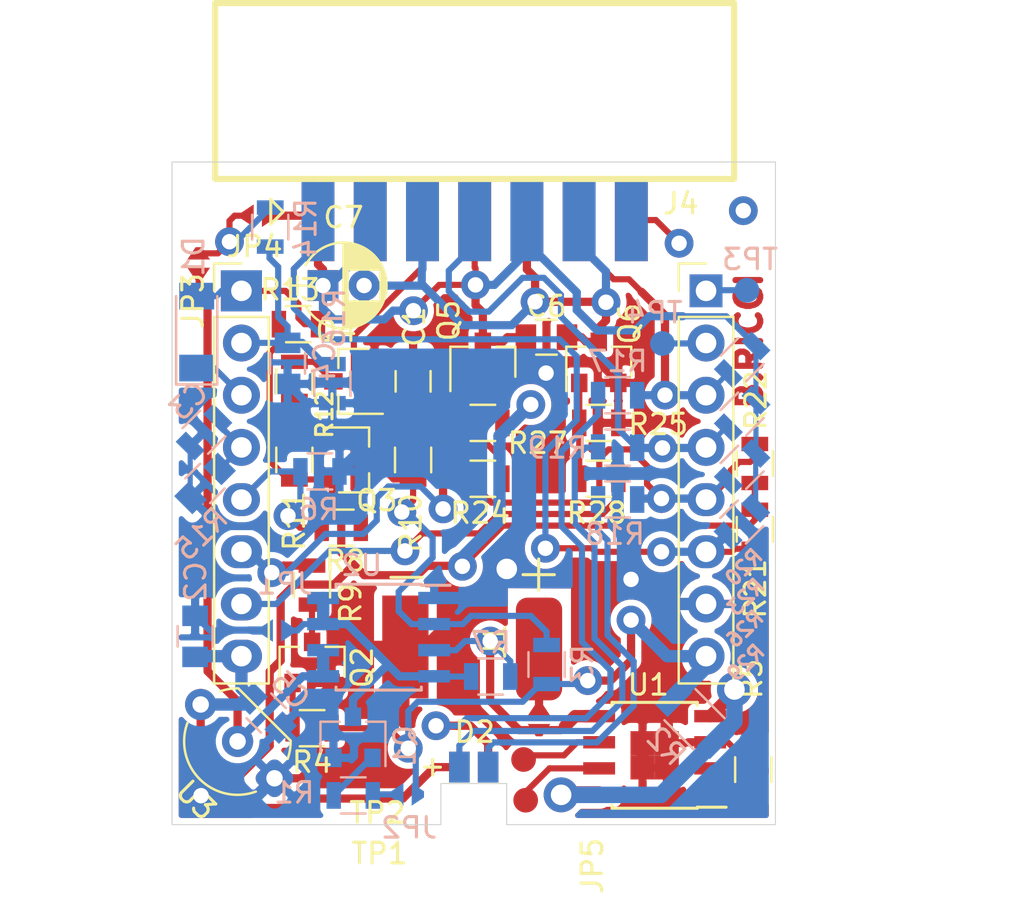
<source format=kicad_pcb>
(kicad_pcb (version 20171130) (host pcbnew "(5.1.2)-1")
  (layers (0 F.Cu signal) (31 B.Cu signal) (34 B.Paste user hide) (35 F.Paste user hide) (36 B.SilkS user hide) (37 F.SilkS user hide) (38 B.Mask user) (39 F.Mask user hide) (44 Edge.Cuts user))
  (net 0 "")
  (net 1 "Net-(C1-Pad1)")
  (net 2 GND)
  (net 3 VDD)
  (net 4 /REED_SENSE)
  (net 5 /BAT_SENSE)
  (net 6 VS)
  (net 7 GNDD)
  (net 8 /RST)
  (net 9 /WAKE)
  (net 10 "Net-(D2-Pad3)")
  (net 11 "Net-(D2-Pad4)")
  (net 12 "Net-(D2-Pad2)")
  (net 13 /VBAT)
  (net 14 /BAT_CTRL)
  (net 15 /PWR_SENSOR_H)
  (net 16 /PWR_SENSOR_L)
  (net 17 +5V)
  (net 18 /SENSOR_4)
  (net 19 /SENSOR_3)
  (net 20 /SENSOR_2)
  (net 21 /SENSOR_1)
  (net 22 "Net-(J3-Pad2)")
  (net 23 "Net-(J3-Pad1)")
  (net 24 "Net-(J4-Pad14)")
  (net 25 "Net-(J4-Pad13)")
  (net 26 /BAT_PMOS_G)
  (net 27 "Net-(JP2-Pad1)")
  (net 28 "Net-(JP3-Pad1)")
  (net 29 VCC)
  (net 30 "Net-(Q1-Pad1)")
  (net 31 "Net-(Q2-Pad3)")
  (net 32 "Net-(Q2-Pad1)")
  (net 33 /BAT_NMOS_G)
  (net 34 "Net-(Q3-Pad1)")
  (net 35 "Net-(Q4-Pad3)")
  (net 36 "Net-(Q5-Pad1)")
  (net 37 "Net-(Q6-Pad1)")
  (net 38 "Net-(R2-Pad2)")
  (net 39 "Net-(R5-Pad1)")
  (net 40 "Net-(TP1-Pad1)")
  (net 41 "Net-(TP2-Pad1)")
  (net 42 "Net-(J1-Pad1)")
  (module Datalogger_esp8266:Solder_bridge (layer B.Cu) (at 35.3772 54.8846 180)
    (fp_text reference JP1 (at -0.375 2.275 180) (layer B.SilkS) (effects (justify mirror)))
    (fp_text value ON hide)
    (pad 2 smd trapezoid (at 0.5 0 270) (size 0.7 0.6) (rect_delta 0 -0.4) (layers B.Cu B.Paste B.Mask) (net 2 GND))
    (pad 1 smd trapezoid (at -0.5 0 90) (size 0.7 0.6) (rect_delta 0 -0.4) (layers B.Cu B.Paste B.Mask) (net 26 /BAT_PMOS_G))
  )
  (module Datalogger_esp8266:Solder_bridge (layer B.Cu) (at 41.7272 62.8602)
    (fp_text reference JP2 (at 0.0762 1.6256) (layer B.SilkS) (effects (justify mirror)))
    (fp_text value CH hide)
    (pad 2 smd trapezoid (at 0.5 0 90) (size 0.7 0.6) (rect_delta 0 -0.4) (layers B.Cu B.Paste B.Mask) (net 17 +5V))
    (pad 1 smd trapezoid (at -0.5 0 270) (size 0.7 0.6) (rect_delta 0 -0.4) (layers B.Cu B.Paste B.Mask) (net 27 "Net-(JP2-Pad1)"))
  )
  (module Datalogger_esp8266:Solder_bridge (layer F.Cu) (at 31.5672 37.0284 270)
    (fp_text reference JP3 (at 1.8288 0.2794 90) (layer F.SilkS))
    (fp_text value BAT hide)
    (pad 2 smd trapezoid (at 0.5 0 180) (size 0.7 0.6) (rect_delta 0 0.4) (layers F.Cu F.Paste F.Mask) (net 29 VCC))
    (pad 1 smd trapezoid (at -0.5 0) (size 0.7 0.6) (rect_delta 0 0.4) (layers F.Cu F.Paste F.Mask) (net 28 "Net-(JP3-Pad1)"))
  )
  (module Datalogger_esp8266:Solder_bridge (layer F.Cu) (at 34.4424 34.6964)
    (fp_text reference JP4 (at -0.1524 1.4986) (layer F.SilkS))
    (fp_text value VSS hide)
    (pad 2 smd trapezoid (at 0.5 0 270) (size 0.7 0.6) (rect_delta 0 0.4) (layers F.Cu F.Paste F.Mask) (net 6 VS))
    (pad 1 smd trapezoid (at -0.5 0 90) (size 0.7 0.6) (rect_delta 0 0.4) (layers F.Cu F.Paste F.Mask) (net 28 "Net-(JP3-Pad1)"))
  )
  (module Datalogger_esp8266:Solder_bridge (layer F.Cu) (at 48.1218 59.2334 90)
    (fp_text reference JP5 (at -7.112 2.5908 90) (layer F.SilkS))
    (fp_text value BAT)
    (pad 2 smd trapezoid (at 0.5 0) (size 0.7 0.6) (rect_delta 0 0.4) (layers F.Cu F.Paste F.Mask) (net 42 "Net-(J1-Pad1)"))
    (pad 1 smd trapezoid (at -0.5 0 180) (size 0.7 0.6) (rect_delta 0 0.4) (layers F.Cu F.Paste F.Mask) (net 13 /VBAT))
  )
  (module TO_SOT_Packages_SMD:SOT-23 (layer F.Cu) (at 45.3898 41.8338 90)
    (fp_text reference Q5 (at 2.0368 -1.656 90) (layer F.SilkS))
    (fp_text value BC857)
    (pad 3 smd rect (at 1 0 90) (size 0.9 0.8) (layers F.Cu F.Paste F.Mask) (net 6 VS))
    (pad 2 smd rect (at -1 0.95 90) (size 0.9 0.8) (layers F.Cu F.Paste F.Mask) (net 3 VDD))
    (pad 1 smd rect (at -1 -0.95 90) (size 0.9 0.8) (layers F.Cu F.Paste F.Mask) (net 36 "Net-(Q5-Pad1)"))
  )
  (module Datalogger_esp8266:Test_point_SMD_round (layer B.Cu) (at 54.1224 40.9146)
    (fp_text reference TP4 (at -0.381 -1.4986) (layer B.SilkS) (effects (justify mirror)))
    (fp_text value RX)
    (pad 1 smd circle (at 0 0 270) (size 1.2 1.2) (layers B.Cu B.Paste B.Mask) (net 22 "Net-(J3-Pad2)"))
  )
  (module Datalogger_esp8266:Test_point_SMD_round (layer B.Cu) (at 58.2372 38.3238)
    (fp_text reference TP3 (at 0.1474 -1.5034) (layer B.SilkS) (effects (justify mirror)))
    (fp_text value TX)
    (pad 1 smd circle (at 0 0 270) (size 1.2 1.2) (layers B.Cu B.Paste B.Mask) (net 23 "Net-(J3-Pad1)"))
  )
  (module Datalogger_esp8266:Test_point_SMD_round (layer F.Cu) (at 47.371 61.1632)
    (fp_text reference TP2 (at -7.112 2.5908) (layer F.SilkS))
    (fp_text value CH)
    (pad 1 smd circle (at 0 0 90) (size 1.2 1.2) (layers F.Cu F.Paste F.Mask) (net 41 "Net-(TP2-Pad1)"))
  )
  (module Datalogger_esp8266:Test_point_SMD_round (layer F.Cu) (at 47.4726 63.1444)
    (fp_text reference TP1 (at -7.112 2.5908) (layer F.SilkS))
    (fp_text value CH)
    (pad 1 smd circle (at 0 0 90) (size 1.2 1.2) (layers F.Cu F.Paste F.Mask) (net 40 "Net-(TP1-Pad1)"))
  )
  (module Pin_Headers:Pin_Header_Straight_1x08_Pitch2.54mm (layer F.Cu) (at 33.6468 38.3534)
    (fp_text reference J2 hide)
    (fp_text value Conn_01x08 hide)
    (pad 1 thru_hole rect (at 0 0) (size 2 2) (drill 1) (layers *.Cu *.Mask) (net 8 /RST))
    (pad 2 thru_hole oval (at 0 2.54) (size 1.8 1.8) (drill 1) (layers *.Cu *.Mask) (net 5 /BAT_SENSE))
    (pad 3 thru_hole oval (at 0 5.08) (size 1.8 1.8) (drill 1) (layers *.Cu *.Mask) (net 9 /WAKE))
    (pad 4 thru_hole oval (at 0 7.62) (size 1.8 1.8) (drill 1) (layers *.Cu *.Mask) (net 4 /REED_SENSE))
    (pad 5 thru_hole oval (at 0 10.16) (size 1.8 1.6) (drill 1) (layers *.Cu *.Mask) (net 14 /BAT_CTRL))
    (pad 6 thru_hole oval (at 0 12.7) (size 2 1.6) (drill 1) (layers *.Cu *.Mask) (net 15 /PWR_SENSOR_H))
    (pad 7 thru_hole oval (at 0 15.24) (size 2 1.6) (drill 1) (layers *.Cu *.Mask) (net 16 /PWR_SENSOR_L))
    (pad 8 thru_hole oval (at 0 17.78) (size 2 1.6) (drill 1) (layers *.Cu *.Mask) (net 3 VDD))
  )
  (module Pin_Headers:Pin_Header_Straight_1x08_Pitch2.54mm (layer F.Cu) (at 56.2468 38.3534)
    (fp_text reference J3 hide)
    (fp_text value Conn_01x08 hide)
    (pad 1 thru_hole rect (at 0 0) (size 1.6 1.6) (drill 1) (layers *.Cu *.Mask) (net 23 "Net-(J3-Pad1)"))
    (pad 2 thru_hole oval (at 0 2.54) (size 1.8 1.8) (drill 1) (layers *.Cu *.Mask) (net 22 "Net-(J3-Pad2)"))
    (pad 3 thru_hole oval (at 0 5.08) (size 1.8 1.8) (drill 1) (layers *.Cu *.Mask) (net 21 /SENSOR_1))
    (pad 4 thru_hole oval (at 0 7.62) (size 1.8 1.8) (drill 1) (layers *.Cu *.Mask) (net 20 /SENSOR_2))
    (pad 5 thru_hole oval (at 0 10.16) (size 1.8 1.6) (drill 1) (layers *.Cu *.Mask) (net 19 /SENSOR_3))
    (pad 6 thru_hole oval (at 0 12.7) (size 1.8 1.6) (drill 1) (layers *.Cu *.Mask) (net 18 /SENSOR_4))
    (pad 7 thru_hole oval (at 0 15.24) (size 1.8 1.8) (drill 1) (layers *.Cu *.Mask) (net 2 GND))
    (pad 8 thru_hole oval (at 0 17.78) (size 1.8 1.8) (drill 1) (layers *.Cu *.Mask) (net 17 +5V))
  )
  (module LEDs:LED_RGB_1210 (layer F.Cu) (at 44.9468 62.3334 90)
    (fp_text reference D2 (at 2.5085 0.0443 180) (layer F.SilkS))
    (fp_text value LED_ARGB hide)
    (pad 3 smd rect (at 0.8 0.7 270) (size 1.5 1) (layers B.Cu B.Paste B.Mask) (net 10 "Net-(D2-Pad3)"))
    (pad 4 smd rect (at 0.8 -0.7 270) (size 1.5 1) (layers B.Cu B.Paste B.Mask) (net 11 "Net-(D2-Pad4)"))
    (pad 2 smd rect (at 0.8 0.7 270) (size 1.5 1) (layers F.Cu F.Paste F.Mask) (net 12 "Net-(D2-Pad2)"))
    (pad 1 smd rect (at 0.8 -0.7 270) (size 1.5 1) (layers F.Cu F.Paste F.Mask) (net 3 VDD))
  )
  (module Pin_Headers:Pin_Header_Straight_1x02_Pitch2.54mm (layer F.Cu) (at 48.1218 55.6834 270)
    (fp_text reference J1 (at -0.2654 2.1274 270) (layer F.SilkS))
    (fp_text value BAT)
    (fp_text user + (at -3.5166 0.1716 270) (layer F.SilkS) (effects (font (size 2 2))))
    (fp_text user - (at -3.542 6.4454) (layer F.SilkS) (effects (font (size 2 2))))
    (pad 2 smd rect (at 0 6.5 270) (size 5 2.25) (layers F.Cu F.Paste F.Mask) (net 2 GND) (clearance 0.3))
    (pad 1 smd roundrect (at 0.1 0 270) (size 5 2.25) (layers F.Cu F.Paste F.Mask) (net 42 "Net-(J1-Pad1)"))
  )
  (module Connectors_Multicomp:Multicomp_MC9A12-1434_2x07x2.54mm_Straight (layer F.Cu) (at 37.3718 32.9084)
    (fp_text reference J4 (at 17.6446 1.2038) (layer F.SilkS))
    (fp_text value "DHT22 SENSORS")
    (pad 14 smd rect (at 15.24 2) (size 1.6 4) (layers B.Cu B.Paste B.Mask) (net 24 "Net-(J4-Pad14)"))
    (pad 13 smd rect (at 15.24 2) (size 1.6 4) (layers F.Cu F.Paste F.Mask) (net 25 "Net-(J4-Pad13)"))
    (pad 12 smd rect (at 12.7 2) (size 1.6 4) (layers B.Cu B.Paste B.Mask) (net 7 GNDD))
    (pad 11 smd rect (at 12.7 2) (size 1.6 4) (layers F.Cu F.Paste F.Mask) (net 21 /SENSOR_1))
    (pad 10 smd rect (at 10.16 2) (size 1.6 4) (layers B.Cu B.Paste B.Mask) (net 6 VS))
    (pad 9 smd rect (at 10.16 2) (size 1.6 4) (layers F.Cu F.Paste F.Mask) (net 7 GNDD))
    (pad 8 smd rect (at 7.62 2) (size 1.6 4) (layers B.Cu B.Paste B.Mask) (net 20 /SENSOR_2))
    (pad 7 smd rect (at 7.62 2) (size 1.6 4) (layers F.Cu F.Paste F.Mask) (net 6 VS))
    (pad 6 smd rect (at 5.08 2) (size 1.6 4) (layers B.Cu B.Paste B.Mask) (net 7 GNDD))
    (pad 5 smd rect (at 5.08 2) (size 1.6 4) (layers F.Cu F.Paste F.Mask) (net 19 /SENSOR_3))
    (pad 4 smd rect (at 2.54 2) (size 1.6 4) (layers B.Cu B.Paste B.Mask) (net 6 VS))
    (pad 3 smd rect (at 2.54 2) (size 1.6 4) (layers F.Cu F.Paste F.Mask) (net 7 GNDD))
    (pad 2 smd rect (at 0 2) (size 1.6 4) (layers B.Cu B.Paste B.Mask) (net 18 /SENSOR_4))
    (pad 1 smd rect (at 0 2) (size 1.6 4) (layers F.Cu F.Paste F.Mask) (net 6 VS))
  )
  (module Housings_SOIC:SOIC-8-1EP_3.9x4.9mm_Pitch1.27mm (layer F.Cu) (at 53.7468 60.9584 180)
    (fp_text reference U1 (at 0.3102 3.4322) (layer F.SilkS))
    (fp_text value TP4056)
    (pad 1 smd rect (at -0.5875 -0.5875 180) (size 1.175 1.175) (layers F.Cu F.Paste F.Mask) (net 2 GND))
    (pad 1 smd rect (at -0.5875 0.5875 180) (size 1.175 1.175) (layers F.Cu F.Paste F.Mask) (net 2 GND))
    (pad 1 smd rect (at 0.5875 -0.5875 180) (size 1.175 1.175) (layers F.Cu F.Paste F.Mask) (net 2 GND))
    (pad 1 smd rect (at 0.5875 0.5875 180) (size 1.175 1.175) (layers F.Cu F.Paste F.Mask) (net 2 GND))
    (pad 8 smd rect (at 2.7 -1.905 180) (size 1.55 0.6) (layers F.Cu F.Paste F.Mask) (net 38 "Net-(R2-Pad2)"))
    (pad 7 smd rect (at 2.7 -0.635 180) (size 1.55 0.6) (layers F.Cu F.Paste F.Mask) (net 40 "Net-(TP1-Pad1)"))
    (pad 6 smd rect (at 2.7 0.635 180) (size 1.55 0.6) (layers F.Cu F.Paste F.Mask) (net 41 "Net-(TP2-Pad1)"))
    (pad 5 smd rect (at 2.7 1.905 180) (size 1.55 0.6) (layers F.Cu F.Paste F.Mask) (net 13 /VBAT))
    (pad 4 smd rect (at -2.7 1.905 180) (size 1.55 0.6) (layers F.Cu F.Paste F.Mask) (net 38 "Net-(R2-Pad2)"))
    (pad 3 smd rect (at -2.7 0.635 180) (size 1.55 0.6) (layers F.Cu F.Paste F.Mask) (net 2 GND))
    (pad 2 smd rect (at -2.7 -0.635 180) (size 1.55 0.6) (layers F.Cu F.Paste F.Mask) (net 39 "Net-(R5-Pad1)"))
    (pad 1 smd rect (at -2.7 -1.905 180) (size 1.55 0.6) (layers F.Cu F.Paste F.Mask) (net 2 GND))
  )
  (module Capacitors_SMD:C_0805 (layer F.Cu) (at 41.9968 42.7584 90)
    (fp_text reference C1 (at 2.6566 0.0606 90) (layer F.SilkS))
    (fp_text value 100nF)
    (pad 1 smd rect (at -1 0 90) (size 1 1.25) (layers F.Cu F.Paste F.Mask) (net 1 "Net-(C1-Pad1)"))
    (pad 2 smd rect (at 1 0 90) (size 1 1.25) (layers F.Cu F.Paste F.Mask) (net 2 GND))
  )
  (module Capacitors_SMD:C_0805 (layer B.Cu) (at 31.3944 55.1688 90)
    (fp_text reference C2 (at 2.667 0.0254 90) (layer B.SilkS) (effects (justify mirror)))
    (fp_text value 100nF)
    (pad 2 smd rect (at 1 0 90) (size 1 1.25) (layers B.Cu B.Paste B.Mask) (net 2 GND))
    (pad 1 smd rect (at -1 0 90) (size 1 1.25) (layers B.Cu B.Paste B.Mask) (net 3 VDD))
  )
  (module Capacitors_SMD:C_0805 (layer B.Cu) (at 31.877 47.7266 225)
    (fp_text reference C3 (at -2.280985 3.394537 45) (layer B.SilkS) (effects (justify mirror)))
    (fp_text value 470nF)
    (pad 1 smd rect (at -1 0 225) (size 1 1.25) (layers B.Cu B.Paste B.Mask) (net 4 /REED_SENSE))
    (pad 2 smd rect (at 1 0 225) (size 1 1.25) (layers B.Cu B.Paste B.Mask) (net 2 GND))
  )
  (module Capacitors_SMD:C_0805 (layer B.Cu) (at 35.8902 41.8846 270)
    (fp_text reference C4 (at -0.081 -1.7984 90) (layer B.SilkS) (effects (justify mirror)))
    (fp_text value 100nF)
    (pad 2 smd rect (at 1 0 270) (size 1 1.25) (layers B.Cu B.Paste B.Mask) (net 2 GND))
    (pad 1 smd rect (at -1 0 270) (size 1 1.25) (layers B.Cu B.Paste B.Mask) (net 5 /BAT_SENSE))
  )
  (module Capacitors_SMD:C_0805 (layer B.Cu) (at 34.8488 58.9026 315)
    (fp_text reference C5 (at 0.040305 -1.617153 315) (layer B.SilkS) (effects (justify mirror)))
    (fp_text value 1uF)
    (pad 2 smd rect (at 1 0 315) (size 1 1.25) (layers B.Cu B.Paste B.Mask) (net 2 GND))
    (pad 1 smd rect (at -1 0 315) (size 1 1.25) (layers B.Cu B.Paste B.Mask) (net 3 VDD))
  )
  (module Capacitors_SMD:C_0805 (layer F.Cu) (at 48.4836 40.6098)
    (fp_text reference C6 (at 0 -1.5) (layer F.SilkS))
    (fp_text value 100nF)
    (pad 1 smd rect (at -1 0) (size 1 1.25) (layers F.Cu F.Paste F.Mask) (net 6 VS))
    (pad 2 smd rect (at 1 0) (size 1 1.25) (layers F.Cu F.Paste F.Mask) (net 7 GNDD))
  )
  (module Capacitors_THT:CP_Radial_D4.0mm_P2.00mm (layer F.Cu) (at 37.6124 38.0952)
    (fp_text reference C7 (at 1 -3.31) (layer F.SilkS))
    (fp_text value 10uFx16V)
    (pad 2 thru_hole circle (at 2 0) (size 1.5 1.5) (drill 0.75) (layers *.Cu *.Mask) (net 7 GNDD))
    (pad 1 thru_hole rect (at 0 0) (size 1.5 1.5) (drill 0.75) (layers *.Cu *.Mask) (net 6 VS))
  )
  (module Diodes_SMD:D_MiniMELF (layer B.Cu) (at 31.4706 40.3606 90)
    (fp_text reference D1 (at 3.683 -0.1524 270) (layer B.SilkS) (effects (justify mirror)))
    (fp_text value D_Small)
    (pad 2 smd rect (at 1.75 0 90) (size 1.3 1.7) (layers B.Cu B.Paste B.Mask) (net 8 /RST))
    (pad 1 smd rect (at -1.75 0 90) (size 1.3 1.7) (layers B.Cu B.Paste B.Mask) (net 9 /WAKE))
  )
  (module TO_SOT_Packages_SMD:SOT-23 (layer B.Cu) (at 39.0718 60.0834 90)
    (fp_text reference Q1 (at -0.4146 2.5284 90) (layer B.SilkS) (effects (justify mirror)))
    (fp_text value BC817)
    (pad 1 smd rect (at -1 0.95 90) (size 0.9 0.8) (layers B.Cu B.Paste B.Mask) (net 30 "Net-(Q1-Pad1)"))
    (pad 2 smd rect (at -1 -0.95 90) (size 0.9 0.8) (layers B.Cu B.Paste B.Mask) (net 2 GND))
    (pad 3 smd rect (at 1 0 90) (size 0.9 0.8) (layers B.Cu B.Paste B.Mask) (net 26 /BAT_PMOS_G))
  )
  (module TO_SOT_Packages_SMD:SOT-23 (layer F.Cu) (at 37.084 56.4388 90)
    (fp_text reference Q2 (at -0.2492 2.4334 90) (layer F.SilkS))
    (fp_text value BC817)
    (pad 3 smd rect (at 1 0 90) (size 0.9 0.8) (layers F.Cu F.Paste F.Mask) (net 31 "Net-(Q2-Pad3)"))
    (pad 2 smd rect (at -1 0.95 90) (size 0.9 0.8) (layers F.Cu F.Paste F.Mask) (net 2 GND))
    (pad 1 smd rect (at -1 -0.95 90) (size 0.9 0.8) (layers F.Cu F.Paste F.Mask) (net 32 "Net-(Q2-Pad1)"))
  )
  (module TO_SOT_Packages_SMD:SOT-23 (layer F.Cu) (at 39.0968 46.5834)
    (fp_text reference Q3 (at 1.1318 1.9766) (layer F.SilkS))
    (fp_text value BC857)
    (pad 3 smd rect (at 1 0) (size 0.9 0.8) (layers F.Cu F.Paste F.Mask) (net 33 /BAT_NMOS_G))
    (pad 2 smd rect (at -1 0.95) (size 0.9 0.8) (layers F.Cu F.Paste F.Mask) (net 3 VDD))
    (pad 1 smd rect (at -1 -0.95) (size 0.9 0.8) (layers F.Cu F.Paste F.Mask) (net 34 "Net-(Q3-Pad1)"))
  )
  (module TO_SOT_Packages_SMD:SOT-23 (layer F.Cu) (at 39.1218 42.7584 180)
    (fp_text reference Q4 (at 0.8694 2.4486) (layer F.SilkS))
    (fp_text value BC817)
    (pad 1 smd rect (at -1 -0.95 180) (size 0.9 0.8) (layers F.Cu F.Paste F.Mask) (net 1 "Net-(C1-Pad1)"))
    (pad 2 smd rect (at -1 0.95 180) (size 0.9 0.8) (layers F.Cu F.Paste F.Mask) (net 2 GND))
    (pad 3 smd rect (at 1 0 180) (size 0.9 0.8) (layers F.Cu F.Paste F.Mask) (net 35 "Net-(Q4-Pad3)"))
  )
  (module TO_SOT_Packages_SMD:SOT-23 (layer F.Cu) (at 51.0286 41.8338 90)
    (fp_text reference Q6 (at 1.8796 1.4986 90) (layer F.SilkS))
    (fp_text value BC817)
    (pad 1 smd rect (at -1 -0.95 90) (size 0.9 0.8) (layers F.Cu F.Paste F.Mask) (net 37 "Net-(Q6-Pad1)"))
    (pad 2 smd rect (at -1 0.95 90) (size 0.9 0.8) (layers F.Cu F.Paste F.Mask) (net 2 GND))
    (pad 3 smd rect (at 1 0 90) (size 0.9 0.8) (layers F.Cu F.Paste F.Mask) (net 7 GNDD))
  )
  (module Resistors_SMD:R_0805 (layer B.Cu) (at 39.0856 62.911 180)
    (fp_text reference R1 (at 2.8702 0.1296) (layer B.SilkS) (effects (justify mirror)))
    (fp_text value 470k)
    (pad 2 smd rect (at 0.95 0 180) (size 0.7 1.3) (layers B.Cu B.Paste B.Mask) (net 30 "Net-(Q1-Pad1)"))
    (pad 1 smd rect (at -0.95 0 180) (size 0.7 1.3) (layers B.Cu B.Paste B.Mask) (net 27 "Net-(JP2-Pad1)"))
  )
  (module Resistors_SMD:R_1206 (layer B.Cu) (at 55.6845 59.2026 315)
    (fp_text reference R2 (at -0.0508 1.905 135) (layer B.SilkS) (effects (justify mirror)))
    (fp_text value 0.33R)
    (pad 2 smd rect (at 1.45 0 315) (size 0.9 1.7) (layers B.Cu B.Paste B.Mask) (net 38 "Net-(R2-Pad2)"))
    (pad 1 smd rect (at -1.45 0 315) (size 0.9 1.7) (layers B.Cu B.Paste B.Mask) (net 17 +5V))
  )
  (module Resistors_SMD:R_0805 (layer B.Cu) (at 48.4886 56.5404 90)
    (fp_text reference R3 (at 0.0048 1.7476 90) (layer B.SilkS) (effects (justify mirror)))
    (fp_text value 100K)
    (pad 1 smd rect (at -0.95 0 90) (size 0.7 1.3) (layers B.Cu B.Paste B.Mask) (net 17 +5V))
    (pad 2 smd rect (at 0.95 0 90) (size 0.7 1.3) (layers B.Cu B.Paste B.Mask) (net 33 /BAT_NMOS_G))
  )
  (module Resistors_SMD:R_0805 (layer F.Cu) (at 37.084 59.6392 180)
    (fp_text reference R4 (at 0 -1.65) (layer F.SilkS))
    (fp_text value 470k)
    (pad 2 smd rect (at 0.95 0 180) (size 0.7 1.3) (layers F.Cu F.Paste F.Mask) (net 32 "Net-(Q2-Pad1)"))
    (pad 1 smd rect (at -0.95 0 180) (size 0.7 1.3) (layers F.Cu F.Paste F.Mask) (net 17 +5V))
  )
  (module Resistors_SMD:R_0805 (layer F.Cu) (at 58.542 61.6537 90)
    (fp_text reference R5 (at 4.4116 -0.0782 -90) (layer F.SilkS))
    (fp_text value 10k)
    (pad 1 smd rect (at -0.95 0 90) (size 0.7 1.3) (layers F.Cu F.Paste F.Mask) (net 39 "Net-(R5-Pad1)"))
    (pad 2 smd rect (at 0.95 0 90) (size 0.7 1.3) (layers F.Cu F.Paste F.Mask) (net 2 GND))
  )
  (module Resistors_SMD:R_0805 (layer B.Cu) (at 37.465 47.1424)
    (fp_text reference R6 (at -0.0508 1.8494) (layer B.SilkS) (effects (justify mirror)))
    (fp_text value 100K)
    (pad 2 smd rect (at 0.95 0) (size 0.7 1.3) (layers B.Cu B.Paste B.Mask) (net 2 GND))
    (pad 1 smd rect (at -0.95 0) (size 0.7 1.3) (layers B.Cu B.Paste B.Mask) (net 14 /BAT_CTRL))
  )
  (module Resistors_SMD:R_0805 (layer B.Cu) (at 45.7708 57.1246 180)
    (fp_text reference R7 (at 0 1.65) (layer B.SilkS) (effects (justify mirror)))
    (fp_text value 1M)
    (pad 2 smd rect (at 0.95 0 180) (size 0.7 1.3) (layers B.Cu B.Paste B.Mask) (net 26 /BAT_PMOS_G))
    (pad 1 smd rect (at -0.95 0 180) (size 0.7 1.3) (layers B.Cu B.Paste B.Mask) (net 13 /VBAT))
  )
  (module Resistors_SMD:R_0805 (layer F.Cu) (at 38.5014 49.8808)
    (fp_text reference R8 (at 0.1892 1.6194) (layer F.SilkS))
    (fp_text value 100K)
    (pad 1 smd rect (at -0.95 0) (size 0.7 1.3) (layers F.Cu F.Paste F.Mask) (net 14 /BAT_CTRL))
    (pad 2 smd rect (at 0.95 0) (size 0.7 1.3) (layers F.Cu F.Paste F.Mask) (net 1 "Net-(C1-Pad1)"))
  )
  (module Resistors_SMD:R_0805 (layer F.Cu) (at 37.079 52.6748 90)
    (fp_text reference R9 (at -0.889 1.8796 90) (layer F.SilkS))
    (fp_text value 10k)
    (pad 1 smd rect (at -0.95 0 90) (size 0.7 1.3) (layers F.Cu F.Paste F.Mask) (net 31 "Net-(Q2-Pad3)"))
    (pad 2 smd rect (at 0.95 0 90) (size 0.7 1.3) (layers F.Cu F.Paste F.Mask) (net 15 /PWR_SENSOR_H))
  )
  (module Resistors_SMD:R_0805 (layer F.Cu) (at 41.9968 46.5834 90)
    (fp_text reference R10 (at -3.0736 -0.1122 90) (layer F.SilkS))
    (fp_text value 10M)
    (pad 2 smd rect (at 0.95 0 90) (size 0.7 1.3) (layers F.Cu F.Paste F.Mask) (net 1 "Net-(C1-Pad1)"))
    (pad 1 smd rect (at -0.95 0 90) (size 0.7 1.3) (layers F.Cu F.Paste F.Mask) (net 33 /BAT_NMOS_G))
  )
  (module Resistors_SMD:R_0805 (layer F.Cu) (at 36.2218 46.5834 90)
    (fp_text reference R11 (at -2.9672 -0.0064 90) (layer F.SilkS))
    (fp_text value 10M)
    (pad 2 smd rect (at 0.95 0 90) (size 0.7 1.3) (layers F.Cu F.Paste F.Mask) (net 34 "Net-(Q3-Pad1)"))
    (pad 1 smd rect (at -0.95 0 90) (size 0.7 1.3) (layers F.Cu F.Paste F.Mask) (net 3 VDD))
  )
  (module Resistors_SMD:R_0805 (layer F.Cu) (at 36.2218 42.7584 90)
    (fp_text reference R12 (at -1.6106 1.4668 270) (layer F.SilkS) (effects (font (size 0.8 0.8))))
    (fp_text value 10M)
    (pad 1 smd rect (at -0.95 0 90) (size 0.7 1.3) (layers F.Cu F.Paste F.Mask) (net 34 "Net-(Q3-Pad1)"))
    (pad 2 smd rect (at 0.95 0 90) (size 0.7 1.3) (layers F.Cu F.Paste F.Mask) (net 35 "Net-(Q4-Pad3)"))
  )
  (module Resistors_SMD:R_0805 (layer F.Cu) (at 36.4186 39.9748 180)
    (fp_text reference R13 (at 0.4064 1.6764) (layer F.SilkS))
    (fp_text value 10k)
    (pad 2 smd rect (at 0.95 0 180) (size 0.7 1.3) (layers F.Cu F.Paste F.Mask) (net 3 VDD))
    (pad 1 smd rect (at -0.95 0 180) (size 0.7 1.3) (layers F.Cu F.Paste F.Mask) (net 8 /RST))
  )
  (module Resistors_SMD:R_0805 (layer B.Cu) (at 35.047 35.2504 270)
    (fp_text reference R14 (at 0.0508 -1.7272 270) (layer B.SilkS) (effects (justify mirror)))
    (fp_text value 1M2)
    (pad 1 smd rect (at -0.95 0 270) (size 0.7 1.3) (layers B.Cu B.Paste B.Mask) (net 28 "Net-(JP3-Pad1)"))
    (pad 2 smd rect (at 0.95 0 270) (size 0.7 1.3) (layers B.Cu B.Paste B.Mask) (net 5 /BAT_SENSE))
  )
  (module Resistors_SMD:R_0805 (layer B.Cu) (at 31.8262 45.2374 45)
    (fp_text reference R15 (at -3.589602 3.414998 225) (layer B.SilkS) (effects (justify mirror)))
    (fp_text value 470k)
    (pad 2 smd rect (at 0.95 0 45) (size 0.7 1.3) (layers B.Cu B.Paste B.Mask) (net 4 /REED_SENSE))
    (pad 1 smd rect (at -0.95 0 45) (size 0.7 1.3) (layers B.Cu B.Paste B.Mask) (net 2 GND))
  )
  (module Resistors_SMD:R_0805 (layer B.Cu) (at 38.0696 42.8704 270)
    (fp_text reference R16 (at -3.1954 -0.0968 90) (layer B.SilkS) (effects (justify mirror)))
    (fp_text value 330k)
    (pad 1 smd rect (at -0.95 0 270) (size 0.7 1.3) (layers B.Cu B.Paste B.Mask) (net 5 /BAT_SENSE))
    (pad 2 smd rect (at 0.95 0 270) (size 0.7 1.3) (layers B.Cu B.Paste B.Mask) (net 2 GND))
  )
  (module Resistors_SMD:R_0805 (layer B.Cu) (at 51.945 43.4334 180)
    (fp_text reference R17 (at 0 1.65) (layer B.SilkS) (effects (justify mirror)))
    (fp_text value 1k)
    (pad 2 smd rect (at 0.95 0 180) (size 0.7 1.3) (layers B.Cu B.Paste B.Mask) (net 12 "Net-(D2-Pad2)"))
    (pad 1 smd rect (at -0.95 0 180) (size 0.7 1.3) (layers B.Cu B.Paste B.Mask) (net 21 /SENSOR_1))
  )
  (module Resistors_SMD:R_0805 (layer B.Cu) (at 51.945 48.5084 180)
    (fp_text reference R18 (at 0.129 -1.682) (layer B.SilkS) (effects (justify mirror)))
    (fp_text value 1k)
    (pad 2 smd rect (at 0.95 0 180) (size 0.7 1.3) (layers B.Cu B.Paste B.Mask) (net 10 "Net-(D2-Pad3)"))
    (pad 1 smd rect (at -0.95 0 180) (size 0.7 1.3) (layers B.Cu B.Paste B.Mask) (net 19 /SENSOR_3))
  )
  (module Resistors_SMD:R_0805 (layer B.Cu) (at 51.945 45.9834 180)
    (fp_text reference R19 (at 2.928 -0.0112) (layer B.SilkS) (effects (justify mirror)))
    (fp_text value 1k)
    (pad 1 smd rect (at -0.95 0 180) (size 0.7 1.3) (layers B.Cu B.Paste B.Mask) (net 20 /SENSOR_2))
    (pad 2 smd rect (at 0.95 0 180) (size 0.7 1.3) (layers B.Cu B.Paste B.Mask) (net 11 "Net-(D2-Pad4)"))
  )
  (module Resistors_SMD:R_0805 (layer B.Cu) (at 58.002249 41.7068 45)
    (fp_text reference R20 (at -7.086517 7.203262 225) (layer B.SilkS) (effects (font (size 0.7 0.7)) (justify mirror)))
    (fp_text value 10k)
    (pad 1 smd rect (at -0.95 0 45) (size 0.7 1.3) (layers B.Cu B.Paste B.Mask) (net 21 /SENSOR_1))
    (pad 2 smd rect (at 0.95 0 45) (size 0.7 1.3) (layers B.Cu B.Paste B.Mask) (net 6 VS))
  )
  (module Resistors_SMD:R_0805 (layer F.Cu) (at 58.6182 49.957 90)
    (fp_text reference R21 (at -2.8956 0.0254 90) (layer F.SilkS))
    (fp_text value 100k)
    (pad 1 smd rect (at -0.95 0 90) (size 0.7 1.3) (layers F.Cu F.Paste F.Mask) (net 18 /SENSOR_4))
    (pad 2 smd rect (at 0.95 0 90) (size 0.7 1.3) (layers F.Cu F.Paste F.Mask) (net 3 VDD))
  )
  (module Resistors_SMD:R_0805 (layer F.Cu) (at 58.6182 46.7566 270)
    (fp_text reference R22 (at -3.0734 -0.0508 90) (layer F.SilkS))
    (fp_text value 100k)
    (pad 1 smd rect (at -0.95 0 270) (size 0.7 1.3) (layers F.Cu F.Paste F.Mask) (net 19 /SENSOR_3))
    (pad 2 smd rect (at 0.95 0 270) (size 0.7 1.3) (layers F.Cu F.Paste F.Mask) (net 3 VDD))
  )
  (module Resistors_SMD:R_0805 (layer B.Cu) (at 58.002249 44.3484 45)
    (fp_text reference R23 (at -6.170531 6.43096 225) (layer B.SilkS) (effects (font (size 0.7 0.7)) (justify mirror)))
    (fp_text value 10k)
    (pad 2 smd rect (at 0.95 0 45) (size 0.7 1.3) (layers B.Cu B.Paste B.Mask) (net 6 VS))
    (pad 1 smd rect (at -0.95 0 45) (size 0.7 1.3) (layers B.Cu B.Paste B.Mask) (net 20 /SENSOR_2))
  )
  (module Resistors_SMD:R_0805 (layer F.Cu) (at 45.3898 47.498)
    (fp_text reference R24 (at -0.132 1.6716) (layer F.SilkS))
    (fp_text value 22k)
    (pad 2 smd rect (at 0.95 0) (size 0.7 1.3) (layers F.Cu F.Paste F.Mask) (net 36 "Net-(Q5-Pad1)"))
    (pad 1 smd rect (at -0.95 0) (size 0.7 1.3) (layers F.Cu F.Paste F.Mask) (net 15 /PWR_SENSOR_H))
  )
  (module Resistors_SMD:R_0805 (layer F.Cu) (at 51.0286 47.498)
    (fp_text reference R25 (at 2.8906 -2.6464) (layer F.SilkS))
    (fp_text value 22k)
    (pad 1 smd rect (at -0.95 0) (size 0.7 1.3) (layers F.Cu F.Paste F.Mask) (net 37 "Net-(Q6-Pad1)"))
    (pad 2 smd rect (at 0.95 0) (size 0.7 1.3) (layers F.Cu F.Paste F.Mask) (net 16 /PWR_SENSOR_L))
  )
  (module Resistors_SMD:R_0805 (layer B.Cu) (at 58.002249 46.9392 45)
    (fp_text reference R26 (at -5.470071 5.658658 225) (layer B.SilkS) (effects (font (size 0.7 0.7)) (justify mirror)))
    (fp_text value 10k)
    (pad 2 smd rect (at 0.95 0 45) (size 0.7 1.3) (layers B.Cu B.Paste B.Mask) (net 6 VS))
    (pad 1 smd rect (at -0.95 0 45) (size 0.7 1.3) (layers B.Cu B.Paste B.Mask) (net 19 /SENSOR_3))
  )
  (module Resistors_SMD:R_0805 (layer F.Cu) (at 45.3898 44.7802 180)
    (fp_text reference R27 (at -2.662 -0.9858 180) (layer F.SilkS))
    (fp_text value 470k)
    (pad 2 smd rect (at 0.95 0 180) (size 0.7 1.3) (layers F.Cu F.Paste F.Mask) (net 36 "Net-(Q5-Pad1)"))
    (pad 1 smd rect (at -0.95 0 180) (size 0.7 1.3) (layers F.Cu F.Paste F.Mask) (net 3 VDD))
  )
  (module Resistors_SMD:R_0805 (layer F.Cu) (at 51.0286 44.7802)
    (fp_text reference R28 (at -0.1066 4.3894) (layer F.SilkS))
    (fp_text value 470k)
    (pad 1 smd rect (at -0.95 0) (size 0.7 1.3) (layers F.Cu F.Paste F.Mask) (net 37 "Net-(Q6-Pad1)"))
    (pad 2 smd rect (at 0.95 0) (size 0.7 1.3) (layers F.Cu F.Paste F.Mask) (net 2 GND))
  )
  (module Resistors_SMD:R_0805 (layer B.Cu) (at 57.9882 49.6062 45)
    (fp_text reference R29 (at -4.705796 4.986093 225) (layer B.SilkS) (effects (font (size 0.7 0.7)) (justify mirror)))
    (fp_text value 10k)
    (pad 1 smd rect (at -0.95 0 45) (size 0.7 1.3) (layers B.Cu B.Paste B.Mask) (net 18 /SENSOR_4))
    (pad 2 smd rect (at 0.95 0 45) (size 0.7 1.3) (layers B.Cu B.Paste B.Mask) (net 6 VS))
  )
  (module Housings_SOIC:SOIC-8_3.9x4.9mm_Pitch1.27mm (layer B.Cu) (at 40.3218 55.2084 180)
    (fp_text reference U2 (at 0.8298 3.5) (layer B.SilkS) (effects (justify mirror)))
    (fp_text value IRF7105)
    (pad 8 smd rect (at 2.7 1.905 180) (size 1.55 0.6) (layers B.Cu B.Paste B.Mask) (net 26 /BAT_PMOS_G))
    (pad 7 smd rect (at 2.7 0.635 180) (size 1.55 0.6) (layers B.Cu B.Paste B.Mask) (net 26 /BAT_PMOS_G))
    (pad 6 smd rect (at 2.7 -0.635 180) (size 1.55 0.6) (layers B.Cu B.Paste B.Mask) (net 29 VCC))
    (pad 5 smd rect (at 2.7 -1.905 180) (size 1.55 0.6) (layers B.Cu B.Paste B.Mask) (net 29 VCC))
    (pad 4 smd rect (at -2.7 -1.905 180) (size 1.55 0.6) (layers B.Cu B.Paste B.Mask) (net 26 /BAT_PMOS_G))
    (pad 3 smd rect (at -2.7 -0.635 180) (size 1.55 0.6) (layers B.Cu B.Paste B.Mask) (net 13 /VBAT))
    (pad 2 smd rect (at -2.7 0.635 180) (size 1.55 0.6) (layers B.Cu B.Paste B.Mask) (net 33 /BAT_NMOS_G))
    (pad 1 smd rect (at -2.7 1.905 180) (size 1.55 0.6) (layers B.Cu B.Paste B.Mask) (net 2 GND))
  )
  (module TO_SOT_Packages_THT:TO-92_Inline_Wide (layer F.Cu) (at 35.2552 62.0776 135)
    (fp_text reference U3 (at 1.946665 -3.44856 315) (layer F.SilkS))
    (fp_text value MCP1700-330-TO-92 hide)
    (pad 1 thru_hole roundrect (at 0 0 225) (size 1.52 1.52) (drill 0.8) (layers *.Cu *.Mask) (net 2 GND))
    (pad 3 thru_hole circle (at 5.08 0 225) (size 1.52 1.52) (drill 0.8) (layers *.Cu *.Mask) (net 3 VDD))
    (pad 2 thru_hole circle (at 2.54 0 225) (size 1.52 1.52) (drill 0.8) (layers *.Cu *.Mask) (net 29 VCC))
  )
  (gr_text + (at 42.9464 61.4632) (layer F.SilkS) (effects (font (size 1 1))))
  (gr_text B.RICCI (at 58.3388 40.8003 90) (layer F.Cu) (effects (font (size 1.2 1.2) (thickness 0.3))))
  (gr_line (start 46.5468 62.3334) (end 46.5468 64.3334) (layer Edge.Cuts) (width 0.05))
  (gr_line (start 43.3468 62.3334) (end 46.5468 62.3334) (layer Edge.Cuts) (width 0.05))
  (gr_line (start 43.3468 64.3334) (end 43.3468 62.3334) (layer Edge.Cuts) (width 0.05))
  (gr_line (start 30.2718 64.3334) (end 43.3468 64.3334) (layer Edge.Cuts) (width 0.05))
  (gr_line (start 30.2718 64.3334) (end 30.2718 32.0834) (layer Edge.Cuts) (width 0.05))
  (gr_line (start 59.6218 64.3334) (end 46.5468 64.3334) (layer Edge.Cuts) (width 0.05))
  (gr_line (start 59.6218 32.0834) (end 59.6218 64.3334) (layer Edge.Cuts) (width 0.05))
  (gr_line (start 30.2718 32.0834) (end 59.6218 32.0834) (layer Edge.Cuts) (width 0.05))
  (via (at 58.0594 34.4503) (size 1.4) (drill 0.75) (layers F.Cu B.Cu) (net 0))
  (segment (start 41.9968 45.6334) (end 41.9968 43.7584) (width 0.3) (layer F.Cu) (net 1))
  (segment (start 40.1718 43.7584) (end 40.1218 43.7084) (width 0.3) (layer F.Cu) (net 1))
  (segment (start 41.9968 43.7584) (end 40.1718 43.7584) (width 0.3) (layer F.Cu) (net 1))
  (segment (start 39.0968 45.4334) (end 39.0968 47.9768) (width 0.3) (layer F.Cu) (net 1))
  (segment (start 40.1218 43.7084) (end 40.1218 44.4084) (width 0.3) (layer F.Cu) (net 1))
  (segment (start 40.1218 44.4084) (end 39.0968 45.4334) (width 0.3) (layer F.Cu) (net 1))
  (segment (start 39.4514 48.3314) (end 39.4514 49.8808) (width 0.3) (layer F.Cu) (net 1))
  (segment (start 39.0968 47.9768) (end 39.4514 48.3314) (width 0.3) (layer F.Cu) (net 1))
  (via (at 31.6815 62.9237) (size 1.4) (drill 0.75) (layers F.Cu B.Cu) (net 2))
  (segment (start 31.6942 62.911) (end 31.6815 62.9237) (width 0.3) (layer F.Cu) (net 2))
  (segment (start 56.4468 62.8634) (end 54.7018 62.8634) (width 0.3) (layer F.Cu) (net 2))
  (segment (start 54.3343 62.4959) (end 54.3343 61.5459) (width 0.3) (layer F.Cu) (net 2))
  (segment (start 54.7018 62.8634) (end 54.3343 62.4959) (width 0.3) (layer F.Cu) (net 2))
  (segment (start 54.3818 60.3234) (end 54.3343 60.3709) (width 0.3) (layer F.Cu) (net 2))
  (segment (start 56.4468 60.3234) (end 54.3818 60.3234) (width 0.3) (layer F.Cu) (net 2))
  (segment (start 41.9468 41.8084) (end 41.9968 41.7584) (width 0.3) (layer F.Cu) (net 2))
  (segment (start 40.1218 41.8084) (end 41.9468 41.8084) (width 0.3) (layer F.Cu) (net 2))
  (segment (start 54.3343 60.3709) (end 53.1593 60.3709) (width 0.3) (layer F.Cu) (net 2))
  (segment (start 53.1593 61.5459) (end 54.3343 61.5459) (width 0.3) (layer F.Cu) (net 2))
  (via (at 52.5984 52.3954) (size 1.4) (drill 0.75) (layers F.Cu B.Cu) (net 2))
  (segment (start 53.1593 60.3709) (end 53.1593 61.5459) (width 0.6) (layer F.Cu) (net 2))
  (segment (start 51.9786 42.8338) (end 51.9786 44.7802) (width 0.3) (layer F.Cu) (net 2))
  (segment (start 31.154449 48.418263) (end 31.169893 48.433707) (width 0.25) (layer B.Cu) (net 2))
  (segment (start 31.154449 45.909151) (end 31.154449 48.418263) (width 0.25) (layer B.Cu) (net 2))
  (segment (start 35.555907 59.609707) (end 36.2712 60.325) (width 0.4) (layer B.Cu) (net 2))
  (segment (start 36.2712 61.0616) (end 35.2552 62.0776) (width 0.4) (layer B.Cu) (net 2))
  (segment (start 36.2712 60.325) (end 36.2712 61.0616) (width 0.4) (layer B.Cu) (net 2))
  (segment (start 36.2494 61.0834) (end 35.2552 62.0776) (width 0.4) (layer B.Cu) (net 2))
  (segment (start 38.1218 61.0834) (end 36.2494 61.0834) (width 0.4) (layer B.Cu) (net 2))
  (segment (start 38.415 47.031) (end 38.415 47.1424) (width 0.3) (layer B.Cu) (net 2))
  (via (at 46.5532 51.8874) (size 1.7) (drill 1) (layers F.Cu B.Cu) (net 2))
  (segment (start 52.5984 52.3954) (end 54.1224 52.3954) (width 0.6) (layer F.Cu) (net 2))
  (segment (start 54.1224 52.3954) (end 54.5542 52.8272) (width 0.6) (layer F.Cu) (net 2))
  (segment (start 54.5542 52.8272) (end 54.5542 58.3644) (width 0.6) (layer F.Cu) (net 2))
  (segment (start 54.3343 58.5843) (end 54.3343 60.3709) (width 0.6) (layer F.Cu) (net 2))
  (segment (start 53.7964 53.5934) (end 52.5984 52.3954) (width 0.6) (layer B.Cu) (net 2))
  (segment (start 56.2468 53.5934) (end 53.7964 53.5934) (width 0.6) (layer B.Cu) (net 2))
  (segment (start 32.585576 49.84939) (end 31.169893 48.433707) (width 0.3) (layer B.Cu) (net 2))
  (segment (start 32.58921 49.84939) (end 32.585576 49.84939) (width 0.3) (layer B.Cu) (net 2))
  (segment (start 31.3944 54.1688) (end 31.3944 51.0442) (width 0.3) (layer B.Cu) (net 2))
  (segment (start 31.3944 51.0442) (end 32.58921 49.84939) (width 0.3) (layer B.Cu) (net 2))
  (segment (start 34.63459 49.84939) (end 32.58921 49.84939) (width 0.3) (layer B.Cu) (net 2))
  (segment (start 35.3772 50.592) (end 34.63459 49.84939) (width 0.3) (layer B.Cu) (net 2))
  (segment (start 36.422512 50.592) (end 35.3772 50.592) (width 0.3) (layer B.Cu) (net 2))
  (segment (start 38.415 47.1424) (end 38.415 48.599512) (width 0.3) (layer B.Cu) (net 2))
  (segment (start 38.415 48.599512) (end 36.422512 50.592) (width 0.3) (layer B.Cu) (net 2))
  (segment (start 34.9772 54.8846) (end 32.1102 54.8846) (width 0.3) (layer B.Cu) (net 2))
  (segment (start 32.1102 54.8846) (end 31.3944 54.1688) (width 0.3) (layer B.Cu) (net 2))
  (segment (start 47.3533 49.730981) (end 47.3533 46.2105) (width 0.6) (layer B.Cu) (net 2))
  (segment (start 47.3533 46.2105) (end 49.2202 44.3436) (width 0.6) (layer B.Cu) (net 2))
  (via (at 48.464954 42.355646) (size 1.4) (drill 0.75) (layers F.Cu B.Cu) (net 2))
  (segment (start 48.463 42.353692) (end 48.464954 42.355646) (width 0.4) (layer F.Cu) (net 2))
  (segment (start 48.463 41.8338) (end 48.463 42.353692) (width 0.4) (layer F.Cu) (net 2))
  (segment (start 49.164953 43.424753) (end 49.2202 43.48) (width 0.4) (layer B.Cu) (net 2))
  (segment (start 49.164953 43.055645) (end 49.164953 43.424753) (width 0.4) (layer B.Cu) (net 2))
  (segment (start 49.2202 44.3436) (end 49.2202 43.48) (width 0.6) (layer B.Cu) (net 2))
  (segment (start 51.9786 42.7838) (end 51.0492 41.8544) (width 0.4) (layer F.Cu) (net 2))
  (segment (start 51.9786 42.8338) (end 51.9786 42.7838) (width 0.4) (layer F.Cu) (net 2))
  (segment (start 48.9662 41.8544) (end 48.464954 42.355646) (width 0.4) (layer F.Cu) (net 2))
  (segment (start 51.0492 41.8544) (end 48.9662 41.8544) (width 0.4) (layer F.Cu) (net 2))
  (segment (start 47.460846 42.355646) (end 48.464954 42.355646) (width 0.4) (layer F.Cu) (net 2))
  (segment (start 46.9088 41.8036) (end 47.460846 42.355646) (width 0.4) (layer F.Cu) (net 2))
  (segment (start 43.067 41.8036) (end 46.9088 41.8036) (width 0.4) (layer F.Cu) (net 2))
  (segment (start 41.9968 41.7584) (end 43.0218 41.7584) (width 0.4) (layer F.Cu) (net 2))
  (segment (start 43.0218 41.7584) (end 43.067 41.8036) (width 0.4) (layer F.Cu) (net 2))
  (segment (start 42.7572 55.6834) (end 46.5532 51.8874) (width 0.8) (layer F.Cu) (net 2))
  (segment (start 41.6218 55.6834) (end 42.7572 55.6834) (width 0.8) (layer F.Cu) (net 2))
  (segment (start 47.0612 52.3954) (end 52.5984 52.3954) (width 0.8) (layer F.Cu) (net 2))
  (segment (start 46.5532 51.8874) (end 47.0612 52.3954) (width 0.8) (layer F.Cu) (net 2))
  (segment (start 45.1372 53.3034) (end 46.5532 51.8874) (width 0.6) (layer B.Cu) (net 2))
  (segment (start 43.0218 53.3034) (end 45.1372 53.3034) (width 0.6) (layer B.Cu) (net 2))
  (segment (start 46.5532 50.531081) (end 47.3533 49.730981) (width 0.6) (layer B.Cu) (net 2))
  (segment (start 46.5532 51.8874) (end 46.5532 50.531081) (width 0.6) (layer B.Cu) (net 2))
  (segment (start 38.4458 47.1424) (end 38.415 47.1424) (width 0.6) (layer B.Cu) (net 2))
  (segment (start 49.2202 42.5656) (end 48.6106 41.956) (width 0.6) (layer B.Cu) (net 2))
  (segment (start 49.2202 43.48) (end 49.2202 42.5656) (width 0.6) (layer B.Cu) (net 2))
  (segment (start 48.6106 41.956) (end 41.27 41.956) (width 0.6) (layer B.Cu) (net 2))
  (segment (start 41.27 41.956) (end 40.3556 42.8704) (width 0.6) (layer B.Cu) (net 2))
  (segment (start 40.3556 42.8704) (end 40.3556 45.2326) (width 0.6) (layer B.Cu) (net 2))
  (segment (start 40.3556 45.2326) (end 38.4458 47.1424) (width 0.6) (layer B.Cu) (net 2))
  (segment (start 38.034 57.4888) (end 38.034 57.4388) (width 0.4) (layer F.Cu) (net 2))
  (segment (start 37.0536 58.4692) (end 38.034 57.4888) (width 0.4) (layer F.Cu) (net 2))
  (segment (start 37.0536 61.5648) (end 37.0536 58.4692) (width 0.4) (layer F.Cu) (net 2))
  (segment (start 35.2552 62.0776) (end 36.5408 62.0776) (width 0.4) (layer F.Cu) (net 2))
  (segment (start 36.5408 62.0776) (end 37.0536 61.5648) (width 0.4) (layer F.Cu) (net 2))
  (segment (start 57.3006 60.3234) (end 56.4468 60.3234) (width 0.3) (layer F.Cu) (net 2))
  (segment (start 58.542 60.7037) (end 57.6809 60.7037) (width 0.3) (layer F.Cu) (net 2))
  (segment (start 57.6809 60.7037) (end 57.3006 60.3234) (width 0.3) (layer F.Cu) (net 2))
  (segment (start 39.8968 55.6834) (end 39.4793 56.1009) (width 0.6) (layer F.Cu) (net 2))
  (segment (start 41.6218 55.6834) (end 39.8968 55.6834) (width 0.6) (layer F.Cu) (net 2))
  (segment (start 39.4793 57.0847) (end 39.1252 57.4388) (width 0.6) (layer F.Cu) (net 2))
  (segment (start 39.4793 56.1009) (end 39.4793 57.0847) (width 0.6) (layer F.Cu) (net 2))
  (segment (start 39.1252 57.4388) (end 38.034 57.4388) (width 0.6) (layer F.Cu) (net 2))
  (segment (start 34.4091 62.9237) (end 35.2552 62.0776) (width 0.6) (layer B.Cu) (net 2))
  (segment (start 31.6815 62.9237) (end 34.4091 62.9237) (width 0.6) (layer B.Cu) (net 2))
  (segment (start 36.826 43.8204) (end 35.8902 42.8846) (width 0.4) (layer B.Cu) (net 2))
  (segment (start 38.0696 43.8204) (end 36.826 43.8204) (width 0.4) (layer B.Cu) (net 2))
  (segment (start 38.0696 43.8204) (end 38.0696 45.5628) (width 0.4) (layer B.Cu) (net 2))
  (segment (start 38.415 45.9082) (end 38.415 47.1424) (width 0.4) (layer B.Cu) (net 2))
  (segment (start 38.0696 45.5628) (end 38.415 45.9082) (width 0.4) (layer B.Cu) (net 2))
  (segment (start 36.2218 47.5334) (end 38.0968 47.5334) (width 0.3) (layer F.Cu) (net 3))
  (segment (start 46.3398 42.8338) (end 46.3398 44.7802) (width 0.3) (layer F.Cu) (net 3))
  (segment (start 33.851688 58.485498) (end 34.141693 58.195493) (width 0.6) (layer B.Cu) (net 3))
  (segment (start 31.663098 58.485498) (end 33.851688 58.485498) (width 0.6) (layer B.Cu) (net 3))
  (segment (start 33.6468 57.7006) (end 34.141693 58.195493) (width 0.6) (layer B.Cu) (net 3))
  (segment (start 33.6468 56.1334) (end 33.6468 57.7006) (width 0.6) (layer B.Cu) (net 3))
  (segment (start 31.4298 56.1334) (end 31.3944 56.1688) (width 0.6) (layer B.Cu) (net 3))
  (segment (start 33.6468 56.1334) (end 31.4298 56.1334) (width 0.6) (layer B.Cu) (net 3))
  (via (at 47.7216 43.8864) (size 1.4) (drill 0.75) (layers F.Cu B.Cu) (net 3))
  (segment (start 46.8278 44.7802) (end 47.7216 43.8864) (width 0.3) (layer F.Cu) (net 3))
  (segment (start 46.3398 44.7802) (end 46.8278 44.7802) (width 0.3) (layer F.Cu) (net 3))
  (segment (start 35.0216 56.883998) (end 35.0216 60.498) (width 0.4) (layer F.Cu) (net 3))
  (segment (start 35.555 53.331598) (end 35.555 56.350598) (width 0.4) (layer F.Cu) (net 3))
  (segment (start 35.555 56.350598) (end 35.0216 56.883998) (width 0.4) (layer F.Cu) (net 3))
  (segment (start 39.111 51.6842) (end 38.1458 52.6494) (width 0.4) (layer F.Cu) (net 3))
  (segment (start 38.1458 52.6494) (end 36.237198 52.6494) (width 0.4) (layer F.Cu) (net 3))
  (segment (start 36.237198 52.6494) (end 35.555 53.331598) (width 0.4) (layer F.Cu) (net 3))
  (segment (start 31.663098 60.517698) (end 33.3325 62.1871) (width 0.4) (layer F.Cu) (net 3))
  (segment (start 31.663098 58.485498) (end 31.663098 60.517698) (width 0.4) (layer F.Cu) (net 3))
  (segment (start 35.0216 60.498) (end 33.3325 62.1871) (width 0.4) (layer F.Cu) (net 3))
  (segment (start 38.0968 48.3334) (end 38.5014 48.738) (width 0.4) (layer F.Cu) (net 3))
  (segment (start 38.0968 47.5334) (end 38.0968 48.3334) (width 0.4) (layer F.Cu) (net 3))
  (segment (start 38.5014 51.0746) (end 39.111 51.6842) (width 0.4) (layer F.Cu) (net 3))
  (segment (start 38.5014 48.738) (end 38.5014 51.0746) (width 0.4) (layer F.Cu) (net 3))
  (via (at 44.3942 51.7604) (size 1.4) (drill 0.75) (layers F.Cu B.Cu) (net 3))
  (segment (start 44.466567 51.4556) (end 44.445 51.4556) (width 0.3) (layer B.Cu) (net 3))
  (segment (start 44.445 51.4556) (end 44.1656 51.735) (width 0.3) (layer B.Cu) (net 3))
  (segment (start 39.619 52.1922) (end 39.111 51.6842) (width 0.4) (layer F.Cu) (net 3))
  (segment (start 42.2098 52.1922) (end 39.619 52.1922) (width 0.4) (layer F.Cu) (net 3))
  (segment (start 44.1656 51.735) (end 42.667 51.735) (width 0.4) (layer F.Cu) (net 3))
  (segment (start 42.667 51.735) (end 42.2098 52.1922) (width 0.4) (layer F.Cu) (net 3))
  (segment (start 44.3688 51.735) (end 44.3688 51.354) (width 0.6) (layer B.Cu) (net 3))
  (segment (start 44.3942 51.7604) (end 44.3688 51.735) (width 0.6) (layer B.Cu) (net 3))
  (segment (start 44.3688 51.354) (end 46.1976 49.5252) (width 0.6) (layer B.Cu) (net 3))
  (segment (start 46.1976 45.4104) (end 47.7216 43.8864) (width 0.6) (layer B.Cu) (net 3))
  (segment (start 46.1976 49.5252) (end 46.1976 45.4104) (width 0.6) (layer B.Cu) (net 3))
  (segment (start 58.6182 47.7066) (end 58.6182 49.007) (width 0.3) (layer F.Cu) (net 3))
  (segment (start 58.6182 49.4998) (end 58.6182 49.007) (width 0.3) (layer F.Cu) (net 3))
  (segment (start 46.3754 49.7792) (end 58.3388 49.7792) (width 0.3) (layer F.Cu) (net 3))
  (segment (start 58.3388 49.7792) (end 58.6182 49.4998) (width 0.3) (layer F.Cu) (net 3))
  (segment (start 44.3942 51.7604) (end 46.3754 49.7792) (width 0.3) (layer F.Cu) (net 3))
  (segment (start 35.9218 47.5334) (end 36.2218 47.5334) (width 0.3) (layer F.Cu) (net 3))
  (segment (start 35.0216 46.6332) (end 35.9218 47.5334) (width 0.3) (layer F.Cu) (net 3))
  (segment (start 35.0216 41.3464) (end 35.0216 46.6332) (width 0.3) (layer F.Cu) (net 3))
  (segment (start 35.047 41.3464) (end 35.0216 41.3464) (width 0.3) (layer F.Cu) (net 3))
  (segment (start 35.4686 39.9748) (end 35.4686 40.9248) (width 0.3) (layer F.Cu) (net 3))
  (segment (start 35.4686 40.9248) (end 35.047 41.3464) (width 0.3) (layer F.Cu) (net 3))
  (segment (start 43.0286 61.5334) (end 44.2468 61.5334) (width 0.4) (layer F.Cu) (net 3))
  (segment (start 41.4986 63.0634) (end 43.0286 61.5334) (width 0.4) (layer F.Cu) (net 3))
  (segment (start 36.9012 63.0634) (end 41.4986 63.0634) (width 0.4) (layer F.Cu) (net 3))
  (segment (start 36.444 63.5206) (end 36.9012 63.0634) (width 0.4) (layer F.Cu) (net 3))
  (segment (start 33.3325 62.1871) (end 34.666 63.5206) (width 0.4) (layer F.Cu) (net 3))
  (segment (start 34.666 63.5206) (end 36.444 63.5206) (width 0.4) (layer F.Cu) (net 3))
  (segment (start 32.600707 47.019493) (end 33.6468 45.9734) (width 0.25) (layer B.Cu) (net 4))
  (segment (start 32.584107 47.019493) (end 32.600707 47.019493) (width 0.25) (layer B.Cu) (net 4))
  (segment (start 32.497951 44.824551) (end 33.6468 45.9734) (width 0.3) (layer B.Cu) (net 4))
  (segment (start 32.497951 44.565649) (end 32.497951 44.824551) (width 0.3) (layer B.Cu) (net 4))
  (segment (start 33.6556 40.8846) (end 33.6468 40.8934) (width 0.3) (layer B.Cu) (net 5))
  (segment (start 35.8902 40.8846) (end 33.6556 40.8846) (width 0.3) (layer B.Cu) (net 5))
  (segment (start 35.8902 40.8846) (end 36.0152 40.8846) (width 0.3) (layer B.Cu) (net 5))
  (segment (start 35.8902 40.0846) (end 35.8902 40.8846) (width 0.3) (layer B.Cu) (net 5))
  (segment (start 35.433 39.6274) (end 35.8902 40.0846) (width 0.3) (layer B.Cu) (net 5))
  (segment (start 35.433 37.1856) (end 35.433 39.6274) (width 0.3) (layer B.Cu) (net 5))
  (segment (start 35.0114 36.764) (end 35.433 37.1856) (width 0.3) (layer B.Cu) (net 5))
  (segment (start 35.0114 36.236) (end 35.047 36.2004) (width 0.3) (layer B.Cu) (net 5))
  (segment (start 35.0114 36.764) (end 35.0114 36.236) (width 0.3) (layer B.Cu) (net 5))
  (segment (start 37.6276 41.9204) (end 38.0696 41.9204) (width 0.4) (layer B.Cu) (net 5))
  (segment (start 35.8902 40.8846) (end 36.5918 40.8846) (width 0.4) (layer B.Cu) (net 5))
  (segment (start 36.5918 40.8846) (end 37.6276 41.9204) (width 0.4) (layer B.Cu) (net 5))
  (segment (start 45.212 38.1) (end 45.212 38.241112) (width 0.4) (layer F.Cu) (net 6))
  (segment (start 37.3718 37.9814) (end 37.371815 37.981415) (width 0.4) (layer F.Cu) (net 6))
  (segment (start 39.9118 34.9084) (end 39.9118 36.1084) (width 0.4) (layer B.Cu) (net 6))
  (segment (start 38.038785 37.981415) (end 37.371815 37.981415) (width 0.4) (layer B.Cu) (net 6))
  (segment (start 39.9118 36.1084) (end 38.038785 37.981415) (width 0.4) (layer B.Cu) (net 6))
  (via (at 42.0116 39.3192) (size 1.4) (drill 0.75) (layers F.Cu B.Cu) (net 6))
  (segment (start 42.0116 39.3192) (end 41.021651 39.3192) (width 0.4) (layer B.Cu) (net 6))
  (segment (start 37.1598 34.6964) (end 37.3718 34.9084) (width 0.4) (layer F.Cu) (net 6))
  (segment (start 34.8424 34.6964) (end 37.1598 34.6964) (width 0.4) (layer F.Cu) (net 6))
  (via (at 45.0342 38.06279) (size 1.4) (drill 0.75) (layers F.Cu B.Cu) (net 6))
  (segment (start 47.5318 34.9084) (end 47.5318 36.4914) (width 0.3) (layer B.Cu) (net 6))
  (segment (start 45.0342 37.2508) (end 45.0342 38.06279) (width 0.3) (layer F.Cu) (net 6))
  (segment (start 44.9918 37.2084) (end 45.0342 37.2508) (width 0.3) (layer F.Cu) (net 6))
  (segment (start 44.9918 34.9084) (end 44.9918 37.2084) (width 0.3) (layer F.Cu) (net 6))
  (segment (start 43.26801 38.06279) (end 45.0342 38.06279) (width 0.3) (layer F.Cu) (net 6))
  (segment (start 42.0116 39.3192) (end 43.26801 38.06279) (width 0.3) (layer F.Cu) (net 6))
  (segment (start 58.659951 46.281498) (end 58.674 46.267449) (width 0.25) (layer B.Cu) (net 6))
  (segment (start 58.659951 48.934449) (end 58.659951 46.281498) (width 0.25) (layer B.Cu) (net 6))
  (segment (start 58.674 43.676649) (end 58.674 46.267449) (width 0.25) (layer B.Cu) (net 6))
  (segment (start 58.674 41.035049) (end 58.674 43.676649) (width 0.25) (layer B.Cu) (net 6))
  (segment (start 58.674 41.035049) (end 57.22835 39.589399) (width 0.3) (layer B.Cu) (net 6))
  (segment (start 47.5318 34.9084) (end 47.5318 36.0004) (width 0.4) (layer B.Cu) (net 6))
  (segment (start 49.9568 38.4254) (end 49.9568 39.289) (width 0.4) (layer B.Cu) (net 6))
  (segment (start 47.5318 36.0004) (end 49.9568 38.4254) (width 0.4) (layer B.Cu) (net 6))
  (segment (start 49.9568 39.289) (end 50.9474 40.2796) (width 0.4) (layer B.Cu) (net 6))
  (segment (start 50.9474 40.2796) (end 52.8016 40.2796) (width 0.4) (layer B.Cu) (net 6))
  (segment (start 53.491801 39.589399) (end 55.108599 39.589399) (width 0.4) (layer B.Cu) (net 6))
  (segment (start 52.8016 40.2796) (end 53.491801 39.589399) (width 0.4) (layer B.Cu) (net 6))
  (segment (start 57.22835 39.589399) (end 55.108599 39.589399) (width 0.3) (layer B.Cu) (net 6))
  (segment (start 45.5074 40.7162) (end 45.3898 40.8338) (width 0.4) (layer F.Cu) (net 6))
  (segment (start 45.3898 39.408339) (end 45.3898 40.8338) (width 0.4) (layer F.Cu) (net 6))
  (segment (start 45.0342 38.06279) (end 45.0342 39.052739) (width 0.4) (layer F.Cu) (net 6))
  (segment (start 45.0342 39.052739) (end 45.3898 39.408339) (width 0.4) (layer F.Cu) (net 6))
  (segment (start 46.3596 40.8338) (end 45.3898 40.8338) (width 0.4) (layer F.Cu) (net 6))
  (segment (start 47.4836 40.6098) (end 46.5836 40.6098) (width 0.4) (layer F.Cu) (net 6))
  (segment (start 46.5836 40.6098) (end 46.3596 40.8338) (width 0.4) (layer F.Cu) (net 6))
  (segment (start 37.6124 37.3078) (end 37.6124 38.0952) (width 0.4) (layer F.Cu) (net 6))
  (segment (start 37.3718 34.9084) (end 37.3718 37.0672) (width 0.4) (layer F.Cu) (net 6))
  (segment (start 37.3718 37.0672) (end 37.6124 37.3078) (width 0.4) (layer F.Cu) (net 6))
  (segment (start 41.021651 39.3192) (end 40.594651 39.7462) (width 0.4) (layer B.Cu) (net 6))
  (segment (start 40.594651 39.7462) (end 38.1458 39.7462) (width 0.4) (layer B.Cu) (net 6))
  (segment (start 37.6124 39.2128) (end 37.6124 38.0952) (width 0.4) (layer B.Cu) (net 6))
  (segment (start 38.1458 39.7462) (end 37.6124 39.2128) (width 0.4) (layer B.Cu) (net 6))
  (segment (start 47.5318 36.4816) (end 47.5318 34.9084) (width 0.4) (layer B.Cu) (net 6))
  (segment (start 45.0342 38.06279) (end 45.95061 38.06279) (width 0.4) (layer B.Cu) (net 6))
  (segment (start 45.95061 38.06279) (end 47.5318 36.4816) (width 0.4) (layer B.Cu) (net 6))
  (via (at 47.9298 38.8874) (size 1.4) (drill 0.75) (layers F.Cu B.Cu) (net 7))
  (segment (start 47.9298 37.7064) (end 47.9298 38.8874) (width 0.4) (layer F.Cu) (net 7))
  (segment (start 47.5318 34.9084) (end 47.5318 37.3084) (width 0.4) (layer F.Cu) (net 7))
  (segment (start 47.5318 37.3084) (end 47.9298 37.7064) (width 0.4) (layer F.Cu) (net 7))
  (via (at 51.3792 38.908) (size 1.4) (drill 0.75) (layers F.Cu B.Cu) (net 7))
  (segment (start 39.9118 38.040802) (end 39.878002 38.0746) (width 0.4) (layer F.Cu) (net 7))
  (segment (start 42.418002 38.100002) (end 39.8526 38.100002) (width 0.4) (layer B.Cu) (net 7))
  (segment (start 39.8526 38.100002) (end 39.878002 38.0746) (width 0.4) (layer B.Cu) (net 7))
  (segment (start 42.418002 37.342198) (end 42.418002 38.100002) (width 0.4) (layer B.Cu) (net 7))
  (segment (start 42.4518 34.9084) (end 42.4518 37.3084) (width 0.4) (layer B.Cu) (net 7))
  (segment (start 50.911 40.7162) (end 51.0286 40.8338) (width 0.3) (layer F.Cu) (net 7))
  (segment (start 49.6062 40.8338) (end 49.4886 40.7162) (width 0.4) (layer F.Cu) (net 7))
  (segment (start 51.3586 38.8874) (end 51.3792 38.908) (width 0.4) (layer F.Cu) (net 7))
  (segment (start 47.9298 38.8874) (end 51.3586 38.8874) (width 0.4) (layer F.Cu) (net 7))
  (segment (start 51.0286 40.1476) (end 51.0286 40.8338) (width 0.4) (layer F.Cu) (net 7))
  (segment (start 51.3792 38.908) (end 51.3792 39.797) (width 0.4) (layer F.Cu) (net 7))
  (segment (start 51.3792 39.797) (end 51.0286 40.1476) (width 0.4) (layer F.Cu) (net 7))
  (segment (start 42.494002 38.100002) (end 42.418002 38.100002) (width 0.4) (layer B.Cu) (net 7))
  (segment (start 44.4196 40.0256) (end 42.494002 38.100002) (width 0.4) (layer B.Cu) (net 7))
  (segment (start 47.9298 38.8874) (end 46.7916 40.0256) (width 0.4) (layer B.Cu) (net 7))
  (segment (start 46.7916 40.0256) (end 44.4196 40.0256) (width 0.4) (layer B.Cu) (net 7))
  (segment (start 50.4094 40.8338) (end 51.0286 40.8338) (width 0.4) (layer F.Cu) (net 7))
  (segment (start 49.4836 40.6098) (end 50.1854 40.6098) (width 0.4) (layer F.Cu) (net 7))
  (segment (start 50.1854 40.6098) (end 50.4094 40.8338) (width 0.4) (layer F.Cu) (net 7))
  (segment (start 39.619 38.0886) (end 39.6124 38.0952) (width 0.4) (layer F.Cu) (net 7))
  (segment (start 39.619 37.257) (end 39.619 38.0886) (width 0.4) (layer F.Cu) (net 7))
  (segment (start 39.9118 34.9084) (end 39.9118 36.9642) (width 0.4) (layer F.Cu) (net 7))
  (segment (start 39.9118 36.9642) (end 39.619 37.257) (width 0.4) (layer F.Cu) (net 7))
  (segment (start 51.3792 37.4158) (end 50.0718 36.1084) (width 0.4) (layer B.Cu) (net 7))
  (segment (start 51.3792 38.908) (end 51.3792 37.4158) (width 0.4) (layer B.Cu) (net 7))
  (segment (start 50.0718 36.1084) (end 50.0718 34.9084) (width 0.4) (layer B.Cu) (net 7))
  (segment (start 32.4332 38.6106) (end 31.4706 38.6106) (width 0.3) (layer B.Cu) (net 8))
  (segment (start 33.6468 38.3534) (end 32.6904 38.3534) (width 0.3) (layer B.Cu) (net 8))
  (segment (start 32.6904 38.3534) (end 32.4332 38.6106) (width 0.3) (layer B.Cu) (net 8))
  (segment (start 36.7186 39.9748) (end 36.4186 39.6748) (width 0.3) (layer F.Cu) (net 8))
  (segment (start 37.3686 39.9748) (end 36.7186 39.9748) (width 0.3) (layer F.Cu) (net 8))
  (segment (start 36.4186 39.6748) (end 36.4186 38.9842) (width 0.3) (layer F.Cu) (net 8))
  (segment (start 35.7878 38.3534) (end 33.6468 38.3534) (width 0.3) (layer F.Cu) (net 8))
  (segment (start 36.4186 38.9842) (end 35.7878 38.3534) (width 0.3) (layer F.Cu) (net 8))
  (segment (start 32.324 42.1106) (end 33.6468 43.4334) (width 0.3) (layer B.Cu) (net 9))
  (segment (start 31.4706 42.1106) (end 32.324 42.1106) (width 0.3) (layer B.Cu) (net 9))
  (segment (start 50.995 50.0298) (end 50.995 48.5084) (width 0.3) (layer B.Cu) (net 10))
  (segment (start 51.4554 50.4902) (end 50.995 50.0298) (width 0.3) (layer B.Cu) (net 10))
  (segment (start 51.4554 55.1132) (end 51.4554 50.4902) (width 0.3) (layer B.Cu) (net 10))
  (segment (start 45.6468 61.5334) (end 45.6468 60.5916) (width 0.3) (layer B.Cu) (net 10))
  (segment (start 45.910291 60.328109) (end 50.948279 60.328109) (width 0.3) (layer B.Cu) (net 10))
  (segment (start 50.948279 60.328109) (end 52.7254 58.550988) (width 0.3) (layer B.Cu) (net 10))
  (segment (start 45.6468 60.5916) (end 45.910291 60.328109) (width 0.3) (layer B.Cu) (net 10))
  (segment (start 52.7254 58.550988) (end 52.7254 56.3832) (width 0.3) (layer B.Cu) (net 10))
  (segment (start 52.7254 56.3832) (end 51.4554 55.1132) (width 0.3) (layer B.Cu) (net 10))
  (segment (start 50.995 45.9834) (end 50.995 46.2834) (width 0.3) (layer B.Cu) (net 11))
  (segment (start 50.3842 45.9834) (end 50.995 45.9834) (width 0.3) (layer B.Cu) (net 11))
  (segment (start 49.8602 46.5074) (end 50.3842 45.9834) (width 0.3) (layer B.Cu) (net 11))
  (segment (start 49.8602 49.678488) (end 49.8602 46.5074) (width 0.3) (layer B.Cu) (net 11))
  (segment (start 50.8204 50.638688) (end 49.8602 49.678488) (width 0.3) (layer B.Cu) (net 11))
  (segment (start 44.2468 60.4834) (end 44.9561 59.7741) (width 0.3) (layer B.Cu) (net 11))
  (segment (start 44.2468 61.5334) (end 44.2468 60.4834) (width 0.3) (layer B.Cu) (net 11))
  (segment (start 50.8204 55.261688) (end 50.8204 50.638688) (width 0.3) (layer B.Cu) (net 11))
  (segment (start 44.9561 59.7741) (end 50.7188 59.7741) (width 0.3) (layer B.Cu) (net 11))
  (segment (start 50.7188 59.7741) (end 52.17139 58.32151) (width 0.3) (layer B.Cu) (net 11))
  (segment (start 52.17139 58.32151) (end 52.17139 56.612678) (width 0.3) (layer B.Cu) (net 11))
  (segment (start 52.17139 56.612678) (end 50.8204 55.261688) (width 0.3) (layer B.Cu) (net 11))
  (via (at 43.1115 59.5201) (size 1.4) (drill 0.75) (layers F.Cu B.Cu) (net 12))
  (segment (start 44.101449 59.5201) (end 43.1115 59.5201) (width 0.4) (layer F.Cu) (net 12))
  (segment (start 44.7835 59.5201) (end 44.101449 59.5201) (width 0.4) (layer F.Cu) (net 12))
  (segment (start 45.6468 60.3834) (end 44.7835 59.5201) (width 0.4) (layer F.Cu) (net 12))
  (segment (start 45.6468 61.5334) (end 45.6468 60.3834) (width 0.4) (layer F.Cu) (net 12))
  (segment (start 49.2202 46.1582) (end 50.995 44.3834) (width 0.3) (layer B.Cu) (net 12))
  (segment (start 49.2202 49.821976) (end 49.2202 46.1582) (width 0.3) (layer B.Cu) (net 12))
  (segment (start 50.2108 50.812576) (end 49.2202 49.821976) (width 0.3) (layer B.Cu) (net 12))
  (segment (start 51.61738 56.842156) (end 50.2108 55.435576) (width 0.3) (layer B.Cu) (net 12))
  (segment (start 44.2418 59.5201) (end 44.6101 59.1518) (width 0.3) (layer B.Cu) (net 12))
  (segment (start 50.995 44.3834) (end 50.995 43.4334) (width 0.3) (layer B.Cu) (net 12))
  (segment (start 50.2108 55.435576) (end 50.2108 50.812576) (width 0.3) (layer B.Cu) (net 12))
  (segment (start 43.1115 59.5201) (end 44.2418 59.5201) (width 0.3) (layer B.Cu) (net 12))
  (segment (start 44.6101 59.1518) (end 50.414 59.1518) (width 0.3) (layer B.Cu) (net 12))
  (segment (start 50.414 59.1518) (end 51.594201 57.971599) (width 0.3) (layer B.Cu) (net 12))
  (segment (start 51.594201 57.971599) (end 51.594201 56.865335) (width 0.3) (layer B.Cu) (net 12))
  (segment (start 51.594201 56.865335) (end 51.61738 56.842156) (width 0.3) (layer B.Cu) (net 12))
  (segment (start 51.0168 59.0834) (end 51.0468 59.0534) (width 0.6) (layer F.Cu) (net 13))
  (segment (start 51.0468 59.0534) (end 49.8768 59.0534) (width 0.6) (layer F.Cu) (net 13))
  (segment (start 49.8768 59.0534) (end 49.3843 59.5459) (width 0.6) (layer F.Cu) (net 13))
  (segment (start 49.1968 59.7334) (end 49.3843 59.5459) (width 0.3) (layer F.Cu) (net 13))
  (segment (start 48.1218 59.7334) (end 49.1968 59.7334) (width 0.3) (layer F.Cu) (net 13))
  (via (at 45.7454 55.3974) (size 1.4) (drill 0.75) (layers F.Cu B.Cu) (net 13))
  (segment (start 44.5262 55.3974) (end 45.7454 55.3974) (width 0.3) (layer B.Cu) (net 13))
  (segment (start 43.0218 55.8434) (end 44.0802 55.8434) (width 0.3) (layer B.Cu) (net 13))
  (segment (start 44.0802 55.8434) (end 44.5262 55.3974) (width 0.3) (layer B.Cu) (net 13))
  (segment (start 46.7208 56.3728) (end 45.7454 55.3974) (width 0.3) (layer B.Cu) (net 13))
  (segment (start 46.7208 57.1246) (end 46.7208 56.3728) (width 0.3) (layer B.Cu) (net 13))
  (segment (start 47.1604 59.7334) (end 49.1968 59.7334) (width 0.4) (layer F.Cu) (net 13))
  (segment (start 45.7454 55.3974) (end 45.7454 58.3184) (width 0.4) (layer F.Cu) (net 13))
  (segment (start 45.7454 58.3184) (end 47.1604 59.7334) (width 0.4) (layer F.Cu) (net 13))
  (segment (start 35.0178 47.1424) (end 36.515 47.1424) (width 0.3) (layer B.Cu) (net 14))
  (segment (start 33.6468 48.5134) (end 35.0178 47.1424) (width 0.3) (layer B.Cu) (net 14))
  (via (at 35.9106 49.2966) (size 1.4) (drill 0.75) (layers F.Cu B.Cu) (net 14))
  (segment (start 36.515 47.1424) (end 36.515 48.6922) (width 0.3) (layer B.Cu) (net 14))
  (segment (start 36.515 48.6922) (end 35.9106 49.2966) (width 0.3) (layer B.Cu) (net 14))
  (segment (start 36.4948 49.8808) (end 35.9106 49.2966) (width 0.3) (layer F.Cu) (net 14))
  (segment (start 37.5514 49.8808) (end 36.4948 49.8808) (width 0.3) (layer F.Cu) (net 14))
  (segment (start 44.262 47.3202) (end 44.4398 47.498) (width 0.3) (layer F.Cu) (net 15))
  (segment (start 44.4144 47.5234) (end 44.4398 47.498) (width 0.3) (layer F.Cu) (net 15))
  (via (at 35.1232 52.0652) (size 1.4) (drill 0.75) (layers F.Cu B.Cu) (net 15))
  (segment (start 33.7998 51.2064) (end 33.6468 51.0534) (width 0.6) (layer B.Cu) (net 15))
  (segment (start 35.6922 51.7248) (end 35.1994 52.2176) (width 0.4) (layer F.Cu) (net 15))
  (segment (start 37.079 51.7248) (end 35.6922 51.7248) (width 0.4) (layer F.Cu) (net 15))
  (segment (start 34.0352 51.0534) (end 35.1994 52.2176) (width 0.4) (layer B.Cu) (net 15))
  (segment (start 33.6468 51.0534) (end 34.0352 51.0534) (width 0.4) (layer B.Cu) (net 15))
  (via (at 43.4544 48.9664) (size 1.4) (drill 0.75) (layers F.Cu B.Cu) (net 15))
  (segment (start 35.6312 52.0652) (end 35.4534 51.8874) (width 0.3) (layer B.Cu) (net 15))
  (segment (start 35.8598 52.0652) (end 35.6312 52.0652) (width 0.3) (layer B.Cu) (net 15))
  (segment (start 35.8598 52.0652) (end 35.1232 52.0652) (width 0.3) (layer B.Cu) (net 15))
  (segment (start 43.6898 47.498) (end 43.429 47.7588) (width 0.4) (layer F.Cu) (net 15))
  (segment (start 44.4398 47.498) (end 43.6898 47.498) (width 0.4) (layer F.Cu) (net 15))
  (segment (start 43.4544 47.7842) (end 43.4544 48.9664) (width 0.4) (layer F.Cu) (net 15))
  (segment (start 43.429 47.7588) (end 43.4544 47.7842) (width 0.4) (layer F.Cu) (net 15))
  (segment (start 37.7394 50.1856) (end 39.5682 50.1856) (width 0.3) (layer B.Cu) (net 15))
  (segment (start 37.7394 50.1856) (end 35.8598 52.0652) (width 0.3) (layer B.Cu) (net 15))
  (segment (start 39.5682 50.1856) (end 40.2286 49.5252) (width 0.3) (layer B.Cu) (net 15))
  (segment (start 40.2286 49.5252) (end 40.2286 48.433) (width 0.3) (layer B.Cu) (net 15))
  (segment (start 40.2286 48.433) (end 40.7874 47.8742) (width 0.3) (layer B.Cu) (net 15))
  (segment (start 42.3622 47.8742) (end 43.4544 48.9664) (width 0.3) (layer B.Cu) (net 15))
  (segment (start 40.7874 47.8742) (end 42.3622 47.8742) (width 0.3) (layer B.Cu) (net 15))
  (segment (start 40.610144 51.01021) (end 41.600093 51.01021) (width 0.3) (layer B.Cu) (net 16))
  (segment (start 35.3476 53.5934) (end 37.93079 51.01021) (width 0.3) (layer B.Cu) (net 16))
  (segment (start 33.6468 53.5934) (end 35.3476 53.5934) (width 0.3) (layer B.Cu) (net 16))
  (segment (start 37.93079 51.01021) (end 40.610144 51.01021) (width 0.3) (layer B.Cu) (net 16))
  (via (at 41.600093 51.01021) (size 1.4) (drill 0.75) (layers F.Cu B.Cu) (net 16))
  (segment (start 41.600093 51.01021) (end 42.450103 50.1602) (width 0.3) (layer F.Cu) (net 16))
  (segment (start 45.210911 50.1602) (end 46.157723 49.213388) (width 0.3) (layer F.Cu) (net 16))
  (segment (start 46.157723 49.213388) (end 51.213212 49.213388) (width 0.3) (layer F.Cu) (net 16))
  (segment (start 51.9786 48.448) (end 51.9786 47.498) (width 0.3) (layer F.Cu) (net 16))
  (segment (start 42.450103 50.1602) (end 45.210911 50.1602) (width 0.3) (layer F.Cu) (net 16))
  (segment (start 51.213212 49.213388) (end 51.9786 48.448) (width 0.3) (layer F.Cu) (net 16))
  (via (at 52.5984 54.3766) (size 1.4) (drill 0.75) (layers F.Cu B.Cu) (net 17))
  (segment (start 54.3552 56.1334) (end 56.2468 56.1334) (width 0.6) (layer B.Cu) (net 17))
  (segment (start 52.5984 54.3766) (end 54.3552 56.1334) (width 0.6) (layer B.Cu) (net 17))
  (via (at 50.4902 57.323) (size 1.4) (drill 0.75) (layers F.Cu B.Cu) (net 17))
  (segment (start 48.4886 57.4904) (end 50.3228 57.4904) (width 0.3) (layer B.Cu) (net 17))
  (segment (start 50.3228 57.4904) (end 50.4902 57.323) (width 0.3) (layer B.Cu) (net 17))
  (segment (start 50.4902 57.323) (end 51.6078 57.323) (width 0.4) (layer F.Cu) (net 17))
  (segment (start 52.5984 56.3324) (end 52.5984 54.3766) (width 0.4) (layer F.Cu) (net 17))
  (segment (start 51.6078 57.323) (end 52.5984 56.3324) (width 0.4) (layer F.Cu) (net 17))
  (segment (start 50.8712 57.704) (end 50.4902 57.323) (width 0.3) (layer B.Cu) (net 17))
  (segment (start 42.1272 60.979092) (end 41.762098 60.61399) (width 0.3) (layer B.Cu) (net 17))
  (segment (start 48.4886 57.4904) (end 48.1886 57.4904) (width 0.3) (layer B.Cu) (net 17))
  (segment (start 41.762098 58.812102) (end 41.762098 59.624041) (width 0.3) (layer B.Cu) (net 17))
  (segment (start 48.1886 57.4904) (end 47.3273 58.3517) (width 0.3) (layer B.Cu) (net 17))
  (segment (start 47.3273 58.3517) (end 42.2225 58.3517) (width 0.3) (layer B.Cu) (net 17))
  (segment (start 42.1272 62.8602) (end 42.1272 60.979092) (width 0.3) (layer B.Cu) (net 17))
  (segment (start 41.762098 59.624041) (end 41.762098 60.61399) (width 0.3) (layer B.Cu) (net 17))
  (segment (start 40.787308 59.6392) (end 41.062099 59.913991) (width 0.3) (layer F.Cu) (net 17))
  (segment (start 41.062099 59.913991) (end 41.762098 60.61399) (width 0.3) (layer F.Cu) (net 17))
  (segment (start 38.034 59.6392) (end 40.787308 59.6392) (width 0.3) (layer F.Cu) (net 17))
  (via (at 41.762098 60.61399) (size 1.4) (drill 0.75) (layers F.Cu B.Cu) (net 17))
  (segment (start 42.2225 58.3517) (end 41.762098 58.812102) (width 0.3) (layer B.Cu) (net 17))
  (segment (start 56.2468 56.58969) (end 54.659195 58.177295) (width 0.8) (layer B.Cu) (net 17))
  (segment (start 56.2468 56.1334) (end 56.2468 56.58969) (width 0.8) (layer B.Cu) (net 17))
  (segment (start 56.960098 50.340102) (end 56.2468 51.0534) (width 0.25) (layer B.Cu) (net 18))
  (segment (start 57.330498 50.340102) (end 56.960098 50.340102) (width 0.25) (layer B.Cu) (net 18))
  (segment (start 56.541 51.0534) (end 57.316449 50.277951) (width 0.25) (layer B.Cu) (net 18))
  (segment (start 56.2468 51.0534) (end 56.541 51.0534) (width 0.25) (layer B.Cu) (net 18))
  (via (at 54.0766 51.054) (size 1.4) (drill 0.75) (layers F.Cu B.Cu) (net 18))
  (segment (start 54.0772 51.0534) (end 54.0766 51.054) (width 0.4) (layer B.Cu) (net 18))
  (segment (start 56.2468 51.0534) (end 54.0772 51.0534) (width 0.4) (layer B.Cu) (net 18))
  (segment (start 58.6182 50.907) (end 57.6428 50.907) (width 0.3) (layer F.Cu) (net 18))
  (segment (start 57.4958 51.054) (end 54.0766 51.054) (width 0.3) (layer F.Cu) (net 18))
  (segment (start 57.6428 50.907) (end 57.4958 51.054) (width 0.3) (layer F.Cu) (net 18))
  (segment (start 37.7142 40.7114) (end 49.1186 40.7114) (width 0.3) (layer B.Cu) (net 18))
  (segment (start 49.1186 40.7114) (end 49.9568 41.5496) (width 0.3) (layer B.Cu) (net 18))
  (segment (start 49.9568 41.5496) (end 49.9568 44.638112) (width 0.3) (layer B.Cu) (net 18))
  (segment (start 49.9568 44.638112) (end 48.4328 46.162112) (width 0.3) (layer B.Cu) (net 18))
  (segment (start 48.4328 49.893261) (end 48.4328 50.88321) (width 0.3) (layer B.Cu) (net 18))
  (segment (start 48.4328 46.162112) (end 48.4328 49.893261) (width 0.3) (layer B.Cu) (net 18))
  (segment (start 36.195 39.1922) (end 37.7142 40.7114) (width 0.3) (layer B.Cu) (net 18))
  (segment (start 37.3718 36.1084) (end 36.195 37.2852) (width 0.3) (layer B.Cu) (net 18))
  (segment (start 37.3718 34.9084) (end 37.3718 36.1084) (width 0.3) (layer B.Cu) (net 18))
  (via (at 48.4328 50.88321) (size 1.4) (drill 0.75) (layers F.Cu B.Cu) (net 18))
  (segment (start 36.195 37.2852) (end 36.195 39.1922) (width 0.3) (layer B.Cu) (net 18))
  (segment (start 50.69561 50.88321) (end 50.8664 51.054) (width 0.3) (layer F.Cu) (net 18))
  (segment (start 48.4328 50.88321) (end 50.69561 50.88321) (width 0.3) (layer F.Cu) (net 18))
  (segment (start 54.0766 51.054) (end 50.8664 51.054) (width 0.3) (layer F.Cu) (net 18))
  (via (at 54.0766 48.4632) (size 1.4) (drill 0.75) (layers F.Cu B.Cu) (net 19))
  (segment (start 56.2468 48.5134) (end 55.6 48.5134) (width 0.4) (layer B.Cu) (net 19))
  (segment (start 52.9402 48.4632) (end 52.895 48.5084) (width 0.4) (layer B.Cu) (net 19))
  (segment (start 54.0766 48.4632) (end 52.9402 48.4632) (width 0.4) (layer B.Cu) (net 19))
  (segment (start 54.0766 48.4632) (end 56.1966 48.4632) (width 0.4) (layer B.Cu) (net 19))
  (segment (start 57.149249 47.610951) (end 56.2468 48.5134) (width 0.25) (layer B.Cu) (net 19))
  (segment (start 57.330498 47.610951) (end 57.149249 47.610951) (width 0.25) (layer B.Cu) (net 19))
  (segment (start 54.0766 47.9044) (end 54.0766 48.4632) (width 0.3) (layer F.Cu) (net 19))
  (segment (start 58.6182 46.4566) (end 58.3944 46.6804) (width 0.3) (layer F.Cu) (net 19))
  (segment (start 58.6182 45.8066) (end 58.6182 46.4566) (width 0.3) (layer F.Cu) (net 19))
  (segment (start 58.3944 46.6804) (end 57.8562 46.6804) (width 0.3) (layer F.Cu) (net 19))
  (segment (start 55.066549 48.4632) (end 54.0766 48.4632) (width 0.3) (layer F.Cu) (net 19))
  (segment (start 56.397 48.4632) (end 55.066549 48.4632) (width 0.3) (layer F.Cu) (net 19))
  (segment (start 57.4468 47.4134) (end 56.397 48.4632) (width 0.3) (layer F.Cu) (net 19))
  (segment (start 57.4468 47.0898) (end 57.4468 47.4134) (width 0.3) (layer F.Cu) (net 19))
  (segment (start 57.8562 46.6804) (end 57.4468 47.0898) (width 0.3) (layer F.Cu) (net 19))
  (segment (start 53.376601 47.763201) (end 54.0766 48.4632) (width 0.3) (layer F.Cu) (net 19))
  (segment (start 52.573 46.0708) (end 53.376601 46.874401) (width 0.3) (layer F.Cu) (net 19))
  (segment (start 51.5062 46.0708) (end 52.573 46.0708) (width 0.3) (layer F.Cu) (net 19))
  (segment (start 42.838802 42.7482) (end 43.3782 43.287598) (width 0.3) (layer F.Cu) (net 19))
  (segment (start 39.484398 42.7482) (end 42.838802 42.7482) (width 0.3) (layer F.Cu) (net 19))
  (segment (start 39.116 42.379802) (end 39.484398 42.7482) (width 0.3) (layer F.Cu) (net 19))
  (segment (start 39.116 40.5442) (end 39.116 42.379802) (width 0.3) (layer F.Cu) (net 19))
  (segment (start 53.376601 46.874401) (end 53.376601 47.763201) (width 0.3) (layer F.Cu) (net 19))
  (segment (start 42.4518 34.9084) (end 42.4518 37.2084) (width 0.3) (layer F.Cu) (net 19))
  (segment (start 42.4518 37.2084) (end 39.116 40.5442) (width 0.3) (layer F.Cu) (net 19))
  (segment (start 51.054 46.523) (end 51.5062 46.0708) (width 0.3) (layer F.Cu) (net 19))
  (segment (start 43.3782 43.287598) (end 43.3782 45.7406) (width 0.3) (layer F.Cu) (net 19))
  (segment (start 50.695623 48.659377) (end 51.054 48.301) (width 0.3) (layer F.Cu) (net 19))
  (segment (start 43.7592 46.1216) (end 44.953 46.1216) (width 0.3) (layer F.Cu) (net 19))
  (segment (start 44.953 46.1216) (end 45.3898 46.5584) (width 0.3) (layer F.Cu) (net 19))
  (segment (start 45.3898 48.2348) (end 45.814377 48.659377) (width 0.3) (layer F.Cu) (net 19))
  (segment (start 43.3782 45.7406) (end 43.7592 46.1216) (width 0.3) (layer F.Cu) (net 19))
  (segment (start 45.3898 46.5584) (end 45.3898 48.2348) (width 0.3) (layer F.Cu) (net 19))
  (segment (start 45.814377 48.659377) (end 50.695623 48.659377) (width 0.3) (layer F.Cu) (net 19))
  (segment (start 51.054 48.301) (end 51.054 46.523) (width 0.3) (layer F.Cu) (net 19))
  (via (at 54.1274 45.9994) (size 1.4) (drill 0.75) (layers F.Cu B.Cu) (net 20))
  (segment (start 56.2468 45.9734) (end 55.6762 45.9734) (width 0.4) (layer B.Cu) (net 20))
  (segment (start 52.911 45.9994) (end 52.895 45.9834) (width 0.4) (layer B.Cu) (net 20))
  (segment (start 54.1274 45.9994) (end 52.911 45.9994) (width 0.4) (layer B.Cu) (net 20))
  (segment (start 54.1274 45.9994) (end 56.2208 45.9994) (width 0.4) (layer B.Cu) (net 20))
  (segment (start 57.200049 45.020151) (end 56.2468 45.9734) (width 0.25) (layer B.Cu) (net 20))
  (segment (start 57.330498 45.020151) (end 57.200049 45.020151) (width 0.25) (layer B.Cu) (net 20))
  (segment (start 44.9918 36.1084) (end 44.9918 34.9084) (width 0.3) (layer B.Cu) (net 20))
  (segment (start 43.7338 37.3664) (end 44.9918 36.1084) (width 0.3) (layer B.Cu) (net 20))
  (segment (start 44.7246 39.3652) (end 43.7338 38.3744) (width 0.3) (layer B.Cu) (net 20))
  (segment (start 43.7338 38.3744) (end 43.7338 37.3664) (width 0.3) (layer B.Cu) (net 20))
  (segment (start 47.3202 37.719) (end 45.674 39.3652) (width 0.3) (layer B.Cu) (net 20))
  (segment (start 48.3614 37.719) (end 47.3202 37.719) (width 0.3) (layer B.Cu) (net 20))
  (segment (start 52.8668 45.9834) (end 51.9684 45.085) (width 0.3) (layer B.Cu) (net 20))
  (segment (start 52.895 45.9834) (end 52.8668 45.9834) (width 0.3) (layer B.Cu) (net 20))
  (segment (start 45.674 39.3652) (end 44.7246 39.3652) (width 0.3) (layer B.Cu) (net 20))
  (segment (start 51.9684 45.085) (end 51.9684 42.3928) (width 0.3) (layer B.Cu) (net 20))
  (segment (start 51.9684 42.3928) (end 49.187998 39.612398) (width 0.3) (layer B.Cu) (net 20))
  (segment (start 49.187998 39.612398) (end 49.187998 38.545598) (width 0.3) (layer B.Cu) (net 20))
  (segment (start 49.187998 38.545598) (end 48.3614 37.719) (width 0.3) (layer B.Cu) (net 20))
  (segment (start 52.895 43.4334) (end 56.2468 43.4334) (width 0.4) (layer B.Cu) (net 21))
  (segment (start 50.0718 34.9084) (end 50.0718 36.1084) (width 0.4) (layer F.Cu) (net 21))
  (via (at 54.2494 43.4292) (size 1.4) (drill 0.75) (layers F.Cu B.Cu) (net 21))
  (segment (start 57.301649 42.378551) (end 56.2468 43.4334) (width 0.25) (layer B.Cu) (net 21))
  (segment (start 57.330498 42.378551) (end 57.301649 42.378551) (width 0.25) (layer B.Cu) (net 21))
  (segment (start 50.0718 36.1084) (end 51.7538 37.7904) (width 0.3) (layer F.Cu) (net 21))
  (segment (start 51.7538 37.7904) (end 52.4968 37.7904) (width 0.3) (layer F.Cu) (net 21))
  (segment (start 54.2494 39.543) (end 53.1064 38.4) (width 0.4) (layer F.Cu) (net 21))
  (segment (start 54.2494 43.4292) (end 54.2494 39.543) (width 0.4) (layer F.Cu) (net 21))
  (segment (start 52.4968 37.7904) (end 53.1064 38.4) (width 0.3) (layer F.Cu) (net 21))
  (segment (start 56.2256 40.9146) (end 56.2468 40.8934) (width 0.3) (layer B.Cu) (net 22))
  (segment (start 54.1224 40.9146) (end 56.2256 40.9146) (width 0.3) (layer B.Cu) (net 22))
  (segment (start 56.2764 38.3238) (end 56.2468 38.3534) (width 0.3) (layer B.Cu) (net 23))
  (segment (start 58.2372 38.3238) (end 56.2764 38.3238) (width 0.3) (layer B.Cu) (net 23))
  (via (at 54.9352 36.0378) (size 1.4) (drill 0.75) (layers F.Cu B.Cu) (net 25))
  (segment (start 53.8058 34.9084) (end 54.9352 36.0378) (width 0.3) (layer F.Cu) (net 25))
  (segment (start 52.6118 34.9084) (end 53.8058 34.9084) (width 0.3) (layer F.Cu) (net 25))
  (segment (start 37.6218 53.3034) (end 37.6218 54.5734) (width 0.6) (layer B.Cu) (net 26))
  (segment (start 41.3368 57.1134) (end 41.8468 57.1134) (width 0.4) (layer B.Cu) (net 26))
  (segment (start 37.6218 54.5734) (end 38.7968 54.5734) (width 0.4) (layer B.Cu) (net 26))
  (segment (start 41.8468 57.1134) (end 43.0218 57.1134) (width 0.4) (layer B.Cu) (net 26))
  (segment (start 40.7518 56.5534) (end 40.7518 56.5284) (width 0.4) (layer B.Cu) (net 26))
  (segment (start 39.0718 58.2334) (end 40.7518 56.5534) (width 0.4) (layer B.Cu) (net 26))
  (segment (start 39.0718 59.0834) (end 39.0718 58.2334) (width 0.4) (layer B.Cu) (net 26))
  (segment (start 38.7968 54.5734) (end 40.7518 56.5284) (width 0.4) (layer B.Cu) (net 26))
  (segment (start 40.7518 56.5284) (end 41.3368 57.1134) (width 0.4) (layer B.Cu) (net 26))
  (segment (start 43.033 57.1246) (end 43.0218 57.1134) (width 0.3) (layer B.Cu) (net 26))
  (segment (start 44.8208 57.1246) (end 43.033 57.1246) (width 0.3) (layer B.Cu) (net 26))
  (segment (start 36.679 54.5734) (end 37.6218 54.5734) (width 0.3) (layer B.Cu) (net 26))
  (segment (start 35.8772 54.8846) (end 36.3678 54.8846) (width 0.3) (layer B.Cu) (net 26))
  (segment (start 36.3678 54.8846) (end 36.679 54.5734) (width 0.3) (layer B.Cu) (net 26))
  (segment (start 40.0864 62.8602) (end 40.0356 62.911) (width 0.3) (layer B.Cu) (net 27))
  (segment (start 41.2272 62.8602) (end 40.0864 62.8602) (width 0.3) (layer B.Cu) (net 27))
  (via (at 33.0658 35.9616) (size 1.4) (drill 0.75) (layers F.Cu B.Cu) (net 28))
  (segment (start 33.3858 35.9616) (end 35.047 34.3004) (width 0.3) (layer B.Cu) (net 28))
  (segment (start 33.0658 35.9616) (end 33.3858 35.9616) (width 0.3) (layer B.Cu) (net 28))
  (segment (start 32.499 36.5284) (end 33.0658 35.9616) (width 0.3) (layer F.Cu) (net 28))
  (segment (start 31.5672 36.5284) (end 32.499 36.5284) (width 0.3) (layer F.Cu) (net 28))
  (segment (start 33.9424 34.6964) (end 33.315 34.6964) (width 0.3) (layer F.Cu) (net 28))
  (segment (start 33.0658 34.9456) (end 33.0658 35.9616) (width 0.3) (layer F.Cu) (net 28))
  (segment (start 33.315 34.6964) (end 33.0658 34.9456) (width 0.3) (layer F.Cu) (net 28))
  (segment (start 37.6218 55.8434) (end 37.6218 57.1134) (width 0.6) (layer B.Cu) (net 29))
  (segment (start 36.627298 57.1134) (end 37.6218 57.1134) (width 0.4) (layer B.Cu) (net 29))
  (segment (start 33.459149 60.281549) (end 36.627298 57.1134) (width 0.4) (layer B.Cu) (net 29))
  (segment (start 31.999 56.8658) (end 31.999 38.5524) (width 0.4) (layer F.Cu) (net 29))
  (segment (start 33.459149 60.281549) (end 33.459149 58.325949) (width 0.4) (layer F.Cu) (net 29))
  (segment (start 33.459149 58.325949) (end 31.999 56.8658) (width 0.4) (layer F.Cu) (net 29))
  (segment (start 31.5672 38.1206) (end 31.999 38.5524) (width 0.3) (layer F.Cu) (net 29))
  (segment (start 31.5672 37.5284) (end 31.5672 38.1206) (width 0.3) (layer F.Cu) (net 29))
  (segment (start 40.0218 61.0834) (end 39.9968 61.0834) (width 0.3) (layer B.Cu) (net 30))
  (segment (start 39.9632 61.0834) (end 38.1356 62.911) (width 0.3) (layer B.Cu) (net 30))
  (segment (start 40.0218 61.0834) (end 39.9632 61.0834) (width 0.3) (layer B.Cu) (net 30))
  (segment (start 37.079 55.4338) (end 37.084 55.4388) (width 0.3) (layer F.Cu) (net 31))
  (segment (start 37.079 53.6248) (end 37.079 55.4338) (width 0.3) (layer F.Cu) (net 31))
  (segment (start 36.134 59.6392) (end 36.134 57.4388) (width 0.3) (layer F.Cu) (net 32))
  (segment (start 41.0468 47.5334) (end 40.0968 46.5834) (width 0.3) (layer F.Cu) (net 33))
  (segment (start 41.9968 47.5334) (end 41.0468 47.5334) (width 0.3) (layer F.Cu) (net 33))
  (segment (start 44.4104 54.5734) (end 43.0218 54.5734) (width 0.3) (layer B.Cu) (net 33))
  (segment (start 44.8104 54.1734) (end 44.4104 54.5734) (width 0.3) (layer B.Cu) (net 33))
  (segment (start 47.7216 54.1734) (end 44.8104 54.1734) (width 0.3) (layer B.Cu) (net 33))
  (segment (start 48.4886 55.5904) (end 48.4886 54.9404) (width 0.3) (layer B.Cu) (net 33))
  (segment (start 48.4886 54.9404) (end 47.7216 54.1734) (width 0.3) (layer B.Cu) (net 33))
  (segment (start 42.0066 47.5432) (end 41.9968 47.5334) (width 0.3) (layer F.Cu) (net 33))
  (via (at 41.4478 49.1188) (size 1.4) (drill 0.75) (layers F.Cu B.Cu) (net 33))
  (segment (start 41.6764 48.77679) (end 41.6764 49.0934) (width 0.3) (layer B.Cu) (net 33))
  (segment (start 41.924 54.5734) (end 43.0218 54.5734) (width 0.3) (layer B.Cu) (net 33))
  (segment (start 42.9464 50.3634) (end 42.9464 51.3413) (width 0.3) (layer B.Cu) (net 33))
  (segment (start 42.9464 51.3413) (end 41.2954 52.9923) (width 0.3) (layer B.Cu) (net 33))
  (segment (start 41.2954 52.9923) (end 41.2954 53.9448) (width 0.3) (layer B.Cu) (net 33))
  (segment (start 41.6764 49.0934) (end 42.9464 50.3634) (width 0.3) (layer B.Cu) (net 33))
  (segment (start 41.2954 53.9448) (end 41.924 54.5734) (width 0.3) (layer B.Cu) (net 33))
  (segment (start 41.9968 48.5698) (end 41.4478 49.1188) (width 0.3) (layer F.Cu) (net 33))
  (segment (start 41.9968 47.5334) (end 41.9968 48.5698) (width 0.3) (layer F.Cu) (net 33))
  (segment (start 36.2218 43.7084) (end 36.2218 45.6334) (width 0.3) (layer F.Cu) (net 34))
  (segment (start 38.0968 45.6334) (end 36.2218 45.6334) (width 0.3) (layer F.Cu) (net 34))
  (segment (start 37.1718 41.8084) (end 38.1218 42.7584) (width 0.3) (layer F.Cu) (net 35))
  (segment (start 36.2218 41.8084) (end 37.1718 41.8084) (width 0.3) (layer F.Cu) (net 35))
  (segment (start 44.4398 42.8338) (end 44.4398 44.7802) (width 0.3) (layer F.Cu) (net 36))
  (segment (start 46.3398 46.548) (end 46.3398 47.498) (width 0.3) (layer F.Cu) (net 36))
  (segment (start 45.4406 45.6488) (end 46.3398 46.548) (width 0.3) (layer F.Cu) (net 36))
  (segment (start 44.4398 44.7802) (end 45.0898 44.7802) (width 0.3) (layer F.Cu) (net 36))
  (segment (start 45.0898 44.7802) (end 45.4406 45.131) (width 0.3) (layer F.Cu) (net 36))
  (segment (start 45.4406 45.131) (end 45.4406 45.6488) (width 0.3) (layer F.Cu) (net 36))
  (segment (start 50.0786 42.8338) (end 50.0786 44.7802) (width 0.3) (layer F.Cu) (net 37))
  (segment (start 50.0786 46.99) (end 50.0786 44.7802) (width 0.3) (layer F.Cu) (net 37))
  (via (at 49.1968 62.8834) (size 1.7) (drill 1) (layers F.Cu B.Cu) (net 38))
  (segment (start 51.0468 62.8634) (end 49.2168 62.8634) (width 0.8) (layer F.Cu) (net 38))
  (segment (start 49.2168 62.8634) (end 49.1968 62.8834) (width 0.8) (layer F.Cu) (net 38))
  (segment (start 50.398881 62.8834) (end 49.1968 62.8834) (width 0.8) (layer B.Cu) (net 38))
  (segment (start 54.05431 62.8834) (end 50.398881 62.8834) (width 0.8) (layer B.Cu) (net 38))
  (segment (start 56.709805 60.227905) (end 54.05431 62.8834) (width 0.8) (layer B.Cu) (net 38))
  (via (at 57.6276 57.7548) (size 1.7) (drill 1) (layers F.Cu B.Cu) (net 38))
  (segment (start 57.6276 57.8726) (end 57.6276 57.7548) (width 0.6) (layer F.Cu) (net 38))
  (segment (start 56.4468 59.0534) (end 57.6276 57.8726) (width 0.6) (layer F.Cu) (net 38))
  (segment (start 57.6276 59.31011) (end 56.709805 60.227905) (width 0.8) (layer B.Cu) (net 38))
  (segment (start 57.6276 57.7548) (end 57.6276 59.31011) (width 0.8) (layer B.Cu) (net 38))
  (segment (start 57.5317 61.5934) (end 58.542 62.6037) (width 0.3) (layer F.Cu) (net 39))
  (segment (start 56.4468 61.5934) (end 57.5317 61.5934) (width 0.3) (layer F.Cu) (net 39))
  (segment (start 47.4726 63.1444) (end 47.4726 62.7888) (width 0.3) (layer F.Cu) (net 40))
  (segment (start 48.630878 61.5934) (end 51.0468 61.5934) (width 0.3) (layer F.Cu) (net 40))
  (segment (start 47.4726 63.1444) (end 47.4726 62.751678) (width 0.3) (layer F.Cu) (net 40))
  (segment (start 47.4726 62.751678) (end 48.630878 61.5934) (width 0.3) (layer F.Cu) (net 40))
  (segment (start 47.5742 60.96) (end 47.371 61.1632) (width 0.3) (layer F.Cu) (net 41))
  (segment (start 49.3352 60.96) (end 47.5742 60.96) (width 0.3) (layer F.Cu) (net 41))
  (segment (start 51.0468 60.3234) (end 49.9718 60.3234) (width 0.3) (layer F.Cu) (net 41))
  (segment (start 49.9718 60.3234) (end 49.3352 60.96) (width 0.3) (layer F.Cu) (net 41))
  (segment (start 48.1218 58.8334) (end 48.1218 55.7834) (width 0.4) (layer F.Cu) (net 42))
  (zone (net 2) (net_name GND) (layer B.Cu) (connect_pads (clearance 0.3)) (min_thickness 0.254) (fill yes (arc_segments 32) (thermal_gap 0.4) (thermal_bridge_width 0.4))
    (polygon (pts (xy 30.2718 64.3334) (xy 30.2718 32.0754) (xy 59.6215 32.0754) (xy 59.6215 64.3334)))
  )
  (zone (net 2) (net_name GND) (layer F.Cu) (connect_pads (clearance 0.3)) (min_thickness 0.254) (fill yes (arc_segments 32) (thermal_gap 0.4) (thermal_bridge_width 0.4))
    (polygon (pts (xy 30.2718 64.3334) (xy 30.2718 32.0754) (xy 59.6215 32.0754) (xy 59.6215 64.3334)))
  )
  (zone (net 0) (net_name "") (layers F&B.Cu) (connect_pads (clearance 0.3)) (min_thickness 0.254)
    (keepout (tracks allowed) (vias allowed) (copperpour not_allowed))
    (fill (arc_segments 32) (thermal_gap 0.4) (thermal_bridge_width 0.4))
    (polygon (pts (xy 46.604 52.8272) (xy 49.6774 52.8399) (xy 49.6774 58.601097) (xy 46.6167 58.601097)))
  )
)
</source>
